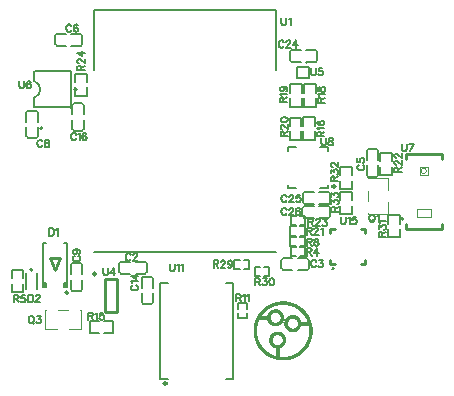
<source format=gto>
G04 Layer: TopSilkscreenLayer*
G04 Panelize: , Column: 1, Row: 1, Board Size: 43.14mm x 33.02mm, Panelized Board Size: 43.14mm x 33.02mm*
G04 EasyEDA v6.5.42, 2024-03-19 15:40:22*
G04 eeb97d59e02942aebf3b2853903f826f,9a4ed40c0dd746429eaf55b84663d2fb,10*
G04 Gerber Generator version 0.2*
G04 Scale: 100 percent, Rotated: No, Reflected: No *
G04 Dimensions in millimeters *
G04 leading zeros omitted , absolute positions ,4 integer and 5 decimal *
%FSLAX45Y45*%
%MOMM*%

%ADD10C,0.1270*%
%ADD11C,0.1524*%
%ADD12C,0.1520*%
%ADD13C,0.2540*%
%ADD14C,0.1250*%
%ADD15C,0.1500*%
%ADD16C,0.2000*%
%ADD17C,0.1000*%
%ADD18C,0.1999*%
%ADD19C,0.2489*%
%ADD20C,0.2500*%
%ADD21C,0.2500*%
%ADD22C,0.0142*%

%LPD*%
G36*
X1158443Y-185775D02*
G01*
X1101496Y-185826D01*
X1099261Y-186791D01*
X1098854Y-187858D01*
X1087221Y-187858D01*
X1085900Y-188569D01*
X1085900Y-189890D01*
X1076452Y-189890D01*
X1075639Y-190703D01*
X1075639Y-191922D01*
X1067003Y-192125D01*
X1065377Y-194005D01*
X1059789Y-194005D01*
X1059027Y-196088D01*
X1053338Y-196088D01*
X1052880Y-197256D01*
X1052017Y-198120D01*
X1047292Y-198120D01*
X1045616Y-200152D01*
X1041704Y-200202D01*
X1040637Y-201269D01*
X1040637Y-202234D01*
X1036726Y-202336D01*
X1034999Y-202793D01*
X1034745Y-204317D01*
X1031443Y-204317D01*
X1030376Y-205384D01*
X1030376Y-206349D01*
X1026414Y-206552D01*
X1026210Y-208432D01*
X1022553Y-208432D01*
X1020318Y-210464D01*
X1017778Y-210464D01*
X1016660Y-211734D01*
X1016660Y-212547D01*
X1014526Y-212547D01*
X1012596Y-213563D01*
X1012190Y-214579D01*
X1009802Y-214579D01*
X1009802Y-216662D01*
X1006500Y-216662D01*
X1005687Y-217474D01*
X1005687Y-218694D01*
X1003452Y-218694D01*
X1001979Y-219100D01*
X1001521Y-220776D01*
X1000150Y-220776D01*
X997966Y-222300D01*
X997712Y-222808D01*
X995730Y-222808D01*
X995324Y-224790D01*
X991768Y-225399D01*
X991565Y-226923D01*
X989228Y-226923D01*
X989228Y-229006D01*
X986586Y-229006D01*
X985418Y-230276D01*
X985418Y-231038D01*
X983843Y-231038D01*
X983030Y-231851D01*
X983030Y-233070D01*
X981151Y-233273D01*
X980948Y-235051D01*
X977392Y-235661D01*
X977137Y-237236D01*
X975614Y-237236D01*
X974801Y-238048D01*
X974801Y-239217D01*
X972921Y-239471D01*
X972718Y-241350D01*
X971194Y-241350D01*
X969365Y-243433D01*
X966927Y-243840D01*
X966927Y-245414D01*
X964692Y-245617D01*
X964488Y-247497D01*
X963269Y-247497D01*
X962456Y-248361D01*
X962456Y-249580D01*
X961237Y-249580D01*
X960424Y-250393D01*
X960424Y-251561D01*
X958494Y-251815D01*
X958291Y-253644D01*
X956462Y-253847D01*
X956259Y-255727D01*
X954379Y-255930D01*
X954176Y-257759D01*
X952347Y-257962D01*
X952144Y-259842D01*
X950112Y-259842D01*
X950112Y-261874D01*
X948232Y-262077D01*
X948029Y-263956D01*
X946150Y-264160D01*
X945946Y-266039D01*
X943965Y-266039D01*
X943965Y-268020D01*
X942289Y-268427D01*
X941578Y-270510D01*
X940257Y-270510D01*
X939850Y-272491D01*
X938276Y-272745D01*
X937666Y-276301D01*
X935888Y-276504D01*
X935685Y-278333D01*
X933805Y-278536D01*
X933602Y-280365D01*
X931926Y-280822D01*
X931519Y-282752D01*
X930249Y-283108D01*
X929538Y-284937D01*
X929538Y-286562D01*
X927658Y-286766D01*
X927455Y-288645D01*
X925423Y-288645D01*
X925423Y-291388D01*
X924509Y-291388D01*
X923391Y-292658D01*
X923391Y-294843D01*
X922121Y-294843D01*
X921308Y-295656D01*
X921308Y-297078D01*
X919784Y-297738D01*
X919124Y-301040D01*
X918260Y-301040D01*
X917194Y-302107D01*
X917194Y-305104D01*
X915314Y-305308D01*
X914958Y-307340D01*
X913587Y-307594D01*
X913079Y-308406D01*
X913079Y-311302D01*
X910996Y-311302D01*
X910996Y-315366D01*
X909116Y-315569D01*
X908913Y-319481D01*
X907084Y-319684D01*
X906881Y-323596D01*
X905002Y-323799D01*
X904798Y-327761D01*
X902766Y-327761D01*
X902766Y-331825D01*
X1024178Y-331825D01*
X1024178Y-317500D01*
X1025398Y-317500D01*
X1026261Y-316636D01*
X1026261Y-310997D01*
X1027734Y-310794D01*
X1028242Y-309067D01*
X1028293Y-306374D01*
X1029462Y-305104D01*
X1030376Y-305104D01*
X1030376Y-302818D01*
X1031697Y-302463D01*
X1032408Y-300634D01*
X1032408Y-298958D01*
X1034491Y-298958D01*
X1034491Y-296926D01*
X1036370Y-296722D01*
X1036574Y-294894D01*
X1038402Y-294690D01*
X1038656Y-292760D01*
X1040637Y-292760D01*
X1040637Y-290728D01*
X1042517Y-290677D01*
X1044194Y-288645D01*
X1046835Y-288645D01*
X1046835Y-286664D01*
X1050747Y-286461D01*
X1051001Y-284530D01*
X1057097Y-284530D01*
X1057097Y-283768D01*
X1058265Y-282498D01*
X1075537Y-282498D01*
X1075944Y-284530D01*
X1081633Y-284530D01*
X1082446Y-286613D01*
X1085850Y-286613D01*
X1086256Y-288645D01*
X1089964Y-288645D01*
X1090218Y-290576D01*
X1091996Y-290779D01*
X1092403Y-292760D01*
X1093978Y-292760D01*
X1094790Y-294843D01*
X1096111Y-294843D01*
X1096873Y-296875D01*
X1098194Y-296875D01*
X1098600Y-298958D01*
X1100277Y-298958D01*
X1100480Y-300837D01*
X1102360Y-301040D01*
X1102360Y-304038D01*
X1102766Y-305104D01*
X1104442Y-305104D01*
X1104442Y-307898D01*
X1105154Y-309219D01*
X1106474Y-309219D01*
X1106474Y-314096D01*
X1107186Y-315417D01*
X1108557Y-315417D01*
X1108557Y-333959D01*
X1107287Y-333959D01*
X1106474Y-334772D01*
X1106474Y-340004D01*
X1104442Y-340410D01*
X1104442Y-344220D01*
X1103172Y-344220D01*
X1102360Y-345033D01*
X1102360Y-347370D01*
X1101496Y-348183D01*
X1100328Y-348640D01*
X1100328Y-350367D01*
X1098448Y-350570D01*
X1098194Y-352450D01*
X1097026Y-352450D01*
X1096213Y-353263D01*
X1096213Y-354533D01*
X1094943Y-354533D01*
X1094130Y-355346D01*
X1094130Y-356514D01*
X1092250Y-356768D01*
X1092047Y-358648D01*
X1089914Y-358648D01*
X1088644Y-359765D01*
X1088644Y-360629D01*
X1086104Y-360832D01*
X1085850Y-362762D01*
X1082141Y-362762D01*
X1081735Y-363778D01*
X1079652Y-364794D01*
X1075791Y-364845D01*
X1074064Y-365353D01*
X1073861Y-366877D01*
X1059180Y-366877D01*
X1059180Y-365506D01*
X1057859Y-364794D01*
X1052728Y-364794D01*
X1052372Y-363423D01*
X1050544Y-362762D01*
X1048613Y-362762D01*
X1048258Y-361391D01*
X1046429Y-360680D01*
X1044854Y-360680D01*
X1044448Y-359054D01*
X1042365Y-358648D01*
X1040384Y-356565D01*
X1038656Y-356565D01*
X1038402Y-354685D01*
X1036574Y-354482D01*
X1036370Y-352602D01*
X1034491Y-352399D01*
X1034491Y-350621D01*
X1032408Y-348691D01*
X1032408Y-347472D01*
X1031900Y-346710D01*
X1030528Y-346456D01*
X1030173Y-343357D01*
X1029614Y-342493D01*
X1028293Y-342493D01*
X1028293Y-339699D01*
X1027582Y-338378D01*
X1026261Y-338378D01*
X1026261Y-332282D01*
X1024178Y-331825D01*
X901547Y-331876D01*
X900734Y-332689D01*
X900734Y-335991D01*
X899058Y-336397D01*
X898702Y-337870D01*
X898652Y-340461D01*
X898144Y-340461D01*
X896772Y-342696D01*
X896467Y-346456D01*
X894994Y-346659D01*
X894537Y-348792D01*
X894537Y-352450D01*
X893571Y-352450D01*
X892505Y-353517D01*
X892505Y-358648D01*
X890422Y-358648D01*
X890422Y-365099D01*
X888949Y-365302D01*
X888441Y-367030D01*
X888390Y-373024D01*
X887425Y-373024D01*
X886307Y-374091D01*
X886307Y-381457D01*
X884834Y-382117D01*
X884326Y-383844D01*
X884275Y-392226D01*
X883564Y-392226D01*
X882243Y-394462D01*
X882192Y-408025D01*
X880567Y-408432D01*
X880160Y-409905D01*
X880160Y-449529D01*
X908964Y-449529D01*
X908964Y-422554D01*
X910488Y-421893D01*
X910945Y-420166D01*
X910996Y-403606D01*
X912266Y-403199D01*
X913079Y-401472D01*
X913079Y-391566D01*
X915162Y-391566D01*
X915162Y-383235D01*
X916584Y-382879D01*
X917194Y-381203D01*
X917194Y-375107D01*
X918413Y-375107D01*
X919226Y-374243D01*
X919226Y-368909D01*
X920038Y-368909D01*
X921308Y-367792D01*
X921308Y-362762D01*
X922274Y-362762D01*
X923391Y-361645D01*
X923391Y-356616D01*
X925271Y-356412D01*
X925474Y-352704D01*
X927506Y-350824D01*
X927506Y-346303D01*
X929538Y-346303D01*
X929538Y-342188D01*
X931418Y-341985D01*
X931621Y-340106D01*
X995680Y-340106D01*
X995883Y-341630D01*
X997458Y-342341D01*
X997458Y-347268D01*
X997864Y-348335D01*
X999490Y-348335D01*
X999490Y-352044D01*
X999947Y-354177D01*
X1001572Y-354584D01*
X1001572Y-357073D01*
X1001979Y-358648D01*
X1003503Y-358648D01*
X1003960Y-362102D01*
X1005687Y-362864D01*
X1005687Y-364794D01*
X1007618Y-364794D01*
X1008075Y-368249D01*
X1009700Y-369011D01*
X1010107Y-370992D01*
X1011783Y-370992D01*
X1011986Y-372872D01*
X1013866Y-373075D01*
X1014069Y-374904D01*
X1015949Y-375158D01*
X1015949Y-377139D01*
X1017981Y-377139D01*
X1018184Y-379018D01*
X1020013Y-379222D01*
X1020419Y-381254D01*
X1022451Y-381254D01*
X1022451Y-382473D01*
X1023315Y-383336D01*
X1026210Y-383336D01*
X1026414Y-385216D01*
X1028649Y-385419D01*
X1028649Y-386638D01*
X1029462Y-387451D01*
X1032408Y-387451D01*
X1032408Y-389483D01*
X1036472Y-389483D01*
X1037183Y-391566D01*
X1042619Y-391566D01*
X1043025Y-393598D01*
X1049223Y-393598D01*
X1049223Y-394970D01*
X1050544Y-395681D01*
X1083056Y-395681D01*
X1083868Y-394868D01*
X1083868Y-393598D01*
X1090015Y-393598D01*
X1090015Y-392938D01*
X1091133Y-392938D01*
X1091488Y-391566D01*
X1096010Y-391363D01*
X1096264Y-389534D01*
X1100124Y-389331D01*
X1100378Y-387451D01*
X1104239Y-387248D01*
X1104493Y-385368D01*
X1106119Y-385368D01*
X1107948Y-384708D01*
X1108252Y-383336D01*
X1110437Y-383133D01*
X1110640Y-381254D01*
X1112672Y-381254D01*
X1112672Y-379222D01*
X1114704Y-379222D01*
X1114704Y-377139D01*
X1116634Y-377139D01*
X1117295Y-375615D01*
X1118819Y-374904D01*
X1118819Y-373024D01*
X1120902Y-373024D01*
X1120902Y-370992D01*
X1122934Y-370992D01*
X1122934Y-368960D01*
X1124813Y-368757D01*
X1125067Y-366877D01*
X1125677Y-366877D01*
X1127048Y-365506D01*
X1127048Y-362813D01*
X1128928Y-362559D01*
X1129182Y-360172D01*
X1131163Y-358343D01*
X1131163Y-354533D01*
X1133246Y-354533D01*
X1133246Y-350418D01*
X1134465Y-350418D01*
X1135278Y-349554D01*
X1135278Y-344271D01*
X1137158Y-343357D01*
X1137361Y-331571D01*
X1138682Y-331165D01*
X1139393Y-329031D01*
X1139393Y-319938D01*
X1138732Y-318109D01*
X1137361Y-317754D01*
X1137361Y-306578D01*
X1136954Y-305460D01*
X1135278Y-305460D01*
X1135278Y-299262D01*
X1133246Y-298856D01*
X1133144Y-294995D01*
X1132687Y-293319D01*
X1131163Y-293065D01*
X1131163Y-291185D01*
X1130452Y-289052D01*
X1129182Y-288645D01*
X1128928Y-286766D01*
X1127048Y-286562D01*
X1127048Y-283311D01*
X1126236Y-282498D01*
X1125067Y-282498D01*
X1124813Y-280619D01*
X1122934Y-280416D01*
X1122934Y-278384D01*
X1122019Y-278384D01*
X1121003Y-277164D01*
X1120343Y-275132D01*
X1118920Y-274472D01*
X1118209Y-272542D01*
X1116787Y-272542D01*
X1115720Y-270510D01*
X1114704Y-270510D01*
X1112316Y-268071D01*
X1110640Y-268071D01*
X1110437Y-266192D01*
X1108557Y-265988D01*
X1108557Y-264668D01*
X1107236Y-263956D01*
X1104493Y-263956D01*
X1104239Y-262077D01*
X1102004Y-261874D01*
X1102004Y-260248D01*
X1098092Y-259740D01*
X1096162Y-257810D01*
X1092098Y-257810D01*
X1092098Y-256184D01*
X1090523Y-255778D01*
X1086002Y-255727D01*
X1085291Y-254152D01*
X1083106Y-253695D01*
X1073048Y-253695D01*
X1071524Y-252018D01*
X1066698Y-251561D01*
X1061872Y-252069D01*
X1061110Y-253695D01*
X1049528Y-253695D01*
X1047597Y-254711D01*
X1047191Y-255727D01*
X1042873Y-255828D01*
X1041146Y-256286D01*
X1040942Y-257810D01*
X1037336Y-257810D01*
X1036523Y-258622D01*
X1036523Y-259842D01*
X1032408Y-259842D01*
X1032408Y-261924D01*
X1029106Y-261924D01*
X1028293Y-262737D01*
X1028293Y-263906D01*
X1025601Y-264312D01*
X1024331Y-265938D01*
X1022502Y-266395D01*
X1022045Y-268071D01*
X1020267Y-268274D01*
X1020013Y-270103D01*
X1018184Y-270306D01*
X1017981Y-272186D01*
X1016152Y-272389D01*
X1015898Y-274218D01*
X1014069Y-274421D01*
X1013866Y-276301D01*
X1011986Y-276504D01*
X1011783Y-278333D01*
X1009954Y-278536D01*
X1009751Y-280416D01*
X1008786Y-280416D01*
X1007719Y-281533D01*
X1007719Y-282752D01*
X1005687Y-284988D01*
X1005687Y-286613D01*
X1004671Y-286613D01*
X1003604Y-287680D01*
X1003604Y-290728D01*
X1002385Y-290728D01*
X1001572Y-291541D01*
X1001572Y-294843D01*
X1000556Y-294843D01*
X999490Y-295910D01*
X999490Y-301040D01*
X998270Y-301040D01*
X997458Y-301853D01*
X997458Y-307543D01*
X995730Y-307543D01*
X995730Y-309219D01*
X950112Y-309219D01*
X950112Y-307187D01*
X952195Y-307187D01*
X952195Y-305104D01*
X954227Y-305104D01*
X954227Y-302514D01*
X956259Y-300837D01*
X956310Y-298958D01*
X958342Y-298958D01*
X958342Y-296926D01*
X960221Y-296722D01*
X960424Y-294843D01*
X961644Y-294843D01*
X962456Y-294030D01*
X962456Y-292506D01*
X963828Y-292150D01*
X964539Y-290322D01*
X964539Y-288645D01*
X966571Y-288645D01*
X966571Y-286613D01*
X968654Y-286613D01*
X968654Y-284530D01*
X970686Y-284530D01*
X970686Y-282498D01*
X972769Y-282498D01*
X972769Y-280416D01*
X974801Y-280416D01*
X974801Y-278384D01*
X976884Y-278384D01*
X976884Y-276301D01*
X978916Y-276301D01*
X978916Y-274269D01*
X980998Y-274269D01*
X980998Y-272186D01*
X983030Y-272186D01*
X983030Y-270154D01*
X984707Y-270154D01*
X986434Y-269341D01*
X986840Y-268173D01*
X988821Y-267766D01*
X989279Y-266090D01*
X991108Y-265887D01*
X991311Y-263956D01*
X993343Y-263956D01*
X993343Y-261924D01*
X995375Y-261924D01*
X995375Y-259842D01*
X998423Y-259842D01*
X999490Y-258775D01*
X999490Y-257860D01*
X1001369Y-257657D01*
X1001572Y-255727D01*
X1003604Y-255727D01*
X1003604Y-255117D01*
X1004976Y-254762D01*
X1004976Y-253746D01*
X1007567Y-253492D01*
X1007770Y-251612D01*
X1009497Y-251612D01*
X1011326Y-249631D01*
X1013714Y-249377D01*
X1013968Y-247497D01*
X1015796Y-247497D01*
X1017371Y-247091D01*
X1017981Y-245465D01*
X1020064Y-245465D01*
X1020064Y-243433D01*
X1024026Y-243230D01*
X1024229Y-241350D01*
X1027480Y-241350D01*
X1028293Y-240538D01*
X1028293Y-239267D01*
X1032103Y-239267D01*
X1032510Y-237236D01*
X1035710Y-237236D01*
X1036523Y-236423D01*
X1036523Y-235204D01*
X1040485Y-235000D01*
X1040688Y-233121D01*
X1044752Y-233121D01*
X1044752Y-232308D01*
X1045870Y-231038D01*
X1050086Y-231038D01*
X1050950Y-230225D01*
X1050950Y-229006D01*
X1055624Y-229006D01*
X1056436Y-228193D01*
X1056436Y-226923D01*
X1061059Y-226923D01*
X1062736Y-224891D01*
X1067206Y-224790D01*
X1068933Y-224332D01*
X1069136Y-222859D01*
X1075436Y-222656D01*
X1075690Y-220776D01*
X1083665Y-220725D01*
X1085342Y-218694D01*
X1095451Y-218694D01*
X1096264Y-216662D01*
X1110081Y-216560D01*
X1111808Y-216103D01*
X1112469Y-214579D01*
X1148283Y-214579D01*
X1148842Y-215493D01*
X1150518Y-216662D01*
X1164437Y-216662D01*
X1164437Y-217678D01*
X1166469Y-218694D01*
X1175410Y-218694D01*
X1176934Y-220776D01*
X1184503Y-220776D01*
X1185316Y-222808D01*
X1192834Y-222808D01*
X1193088Y-224688D01*
X1198981Y-224891D01*
X1199388Y-226923D01*
X1205230Y-226923D01*
X1205230Y-229006D01*
X1209344Y-229006D01*
X1209344Y-229971D01*
X1210868Y-231038D01*
X1215440Y-231038D01*
X1215847Y-233121D01*
X1219504Y-233121D01*
X1220266Y-235153D01*
X1223924Y-235356D01*
X1224178Y-236728D01*
X1224991Y-237236D01*
X1227886Y-237236D01*
X1227886Y-238201D01*
X1228953Y-239267D01*
X1232306Y-239267D01*
X1232509Y-241147D01*
X1236065Y-241401D01*
X1236522Y-243382D01*
X1240129Y-243382D01*
X1240536Y-245465D01*
X1242822Y-245465D01*
X1244498Y-247497D01*
X1246225Y-247497D01*
X1247038Y-249580D01*
X1250492Y-249580D01*
X1250696Y-251460D01*
X1252728Y-251815D01*
X1252982Y-253187D01*
X1253794Y-253695D01*
X1256639Y-253695D01*
X1256842Y-255574D01*
X1258722Y-255778D01*
X1259128Y-257810D01*
X1260754Y-257810D01*
X1262786Y-259842D01*
X1264869Y-259842D01*
X1265072Y-261721D01*
X1266901Y-261975D01*
X1267307Y-263956D01*
X1268984Y-263956D01*
X1269441Y-266039D01*
X1271016Y-266039D01*
X1273098Y-268071D01*
X1275181Y-268071D01*
X1275181Y-270154D01*
X1277213Y-270154D01*
X1277416Y-272034D01*
X1279296Y-272237D01*
X1279499Y-274116D01*
X1281328Y-274320D01*
X1281531Y-276148D01*
X1283462Y-276352D01*
X1283462Y-278384D01*
X1285443Y-278384D01*
X1285646Y-280263D01*
X1287576Y-280466D01*
X1287576Y-282498D01*
X1289558Y-282498D01*
X1289761Y-284378D01*
X1291640Y-284581D01*
X1291844Y-286461D01*
X1293672Y-286664D01*
X1293876Y-288493D01*
X1295755Y-288696D01*
X1295958Y-290576D01*
X1297838Y-290779D01*
X1297838Y-292760D01*
X1300226Y-295097D01*
X1300226Y-296519D01*
X1301902Y-296976D01*
X1302258Y-298958D01*
X1303985Y-298958D01*
X1304188Y-300837D01*
X1306068Y-301040D01*
X1306068Y-303123D01*
X1308049Y-305104D01*
X1308506Y-307187D01*
X1310182Y-307187D01*
X1310182Y-309219D01*
X1312265Y-309219D01*
X1312265Y-310896D01*
X1312672Y-313029D01*
X1314246Y-313436D01*
X1314450Y-315264D01*
X1316380Y-315468D01*
X1316380Y-318211D01*
X1317091Y-319532D01*
X1318412Y-319532D01*
X1318412Y-321919D01*
X1320444Y-323748D01*
X1320647Y-325526D01*
X1322527Y-325729D01*
X1322527Y-328269D01*
X1322933Y-329844D01*
X1324508Y-329844D01*
X1324965Y-333603D01*
X1326642Y-334010D01*
X1326642Y-336956D01*
X1327708Y-338074D01*
X1328623Y-338074D01*
X1329029Y-341477D01*
X1329436Y-342188D01*
X1330756Y-342188D01*
X1330756Y-346303D01*
X1332839Y-346303D01*
X1332839Y-349300D01*
X1333246Y-350418D01*
X1334871Y-350418D01*
X1334871Y-353720D01*
X1335328Y-355955D01*
X1336954Y-356666D01*
X1336954Y-358648D01*
X1283462Y-358648D01*
X1283411Y-355701D01*
X1282903Y-354939D01*
X1281531Y-354685D01*
X1281379Y-348742D01*
X1279347Y-348284D01*
X1279347Y-344678D01*
X1277264Y-343154D01*
X1277264Y-340106D01*
X1276451Y-340106D01*
X1275181Y-338988D01*
X1275181Y-336296D01*
X1273149Y-335889D01*
X1273149Y-333552D01*
X1272438Y-332232D01*
X1271117Y-332232D01*
X1270914Y-329996D01*
X1269085Y-329793D01*
X1268882Y-327914D01*
X1267002Y-327710D01*
X1267002Y-325729D01*
X1264920Y-325729D01*
X1264920Y-323646D01*
X1262888Y-323646D01*
X1262888Y-321614D01*
X1260856Y-321614D01*
X1260652Y-319684D01*
X1258773Y-319481D01*
X1258570Y-317652D01*
X1256690Y-317449D01*
X1256690Y-315772D01*
X1254810Y-315315D01*
X1253490Y-314045D01*
X1252575Y-314045D01*
X1252575Y-313385D01*
X1250492Y-313385D01*
X1250492Y-312013D01*
X1249172Y-311302D01*
X1246378Y-311302D01*
X1246378Y-309676D01*
X1245311Y-309219D01*
X1242263Y-309219D01*
X1242263Y-307594D01*
X1240739Y-307187D01*
X1236116Y-307187D01*
X1236116Y-305562D01*
X1235049Y-305104D01*
X1229715Y-305104D01*
X1228953Y-303530D01*
X1226769Y-303072D01*
X1198372Y-303072D01*
X1197000Y-303784D01*
X1197000Y-305104D01*
X1189990Y-305155D01*
X1189228Y-305663D01*
X1188974Y-307035D01*
X1184859Y-307390D01*
X1183640Y-307949D01*
X1182979Y-309168D01*
X1179525Y-309575D01*
X1178864Y-309981D01*
X1178864Y-311302D01*
X1176782Y-311302D01*
X1176324Y-312521D01*
X1175461Y-313385D01*
X1173175Y-313385D01*
X1172311Y-314198D01*
X1172311Y-315417D01*
X1170584Y-315417D01*
X1170127Y-316636D01*
X1169314Y-317500D01*
X1166571Y-317906D01*
X1166164Y-319481D01*
X1164437Y-319887D01*
X1164031Y-321614D01*
X1162862Y-321614D01*
X1162050Y-322427D01*
X1162050Y-323545D01*
X1159967Y-323951D01*
X1159967Y-325729D01*
X1158544Y-325729D01*
X1157782Y-327812D01*
X1156258Y-328168D01*
X1155903Y-329641D01*
X1155852Y-330911D01*
X1154988Y-331724D01*
X1153820Y-332181D01*
X1153820Y-333959D01*
X1152601Y-333959D01*
X1151737Y-334772D01*
X1151737Y-337058D01*
X1150874Y-337921D01*
X1149705Y-338378D01*
X1149705Y-340461D01*
X1148384Y-340461D01*
X1147927Y-341122D01*
X1147521Y-344576D01*
X1146708Y-344576D01*
X1145844Y-345592D01*
X1145387Y-350570D01*
X1143965Y-350774D01*
X1143508Y-352907D01*
X1143508Y-358648D01*
X1141476Y-358648D01*
X1141497Y-380187D01*
X1170279Y-380187D01*
X1170279Y-368858D01*
X1171702Y-368503D01*
X1172311Y-366826D01*
X1172311Y-360730D01*
X1174242Y-360527D01*
X1174445Y-356616D01*
X1176274Y-356412D01*
X1176477Y-352501D01*
X1178306Y-352298D01*
X1178560Y-350418D01*
X1179474Y-350418D01*
X1180541Y-349300D01*
X1180541Y-347776D01*
X1182573Y-346100D01*
X1182624Y-344220D01*
X1184605Y-344220D01*
X1184859Y-343712D01*
X1187043Y-342188D01*
X1187958Y-342188D01*
X1188770Y-341325D01*
X1188770Y-340156D01*
X1190701Y-339953D01*
X1190904Y-338074D01*
X1194155Y-338074D01*
X1194968Y-337210D01*
X1194968Y-336042D01*
X1198930Y-335838D01*
X1199134Y-333959D01*
X1205077Y-333857D01*
X1206804Y-333400D01*
X1207465Y-331876D01*
X1218539Y-331876D01*
X1220317Y-333959D01*
X1225804Y-333959D01*
X1225804Y-334924D01*
X1227328Y-335991D01*
X1230020Y-335991D01*
X1232052Y-338074D01*
X1234338Y-338074D01*
X1234694Y-339394D01*
X1236522Y-340106D01*
X1238148Y-340106D01*
X1238351Y-341985D01*
X1240129Y-342188D01*
X1240536Y-344220D01*
X1242212Y-344220D01*
X1242618Y-346303D01*
X1244295Y-346303D01*
X1244498Y-348183D01*
X1246378Y-348386D01*
X1246378Y-350418D01*
X1248460Y-350418D01*
X1248460Y-354533D01*
X1250492Y-354533D01*
X1250492Y-357530D01*
X1250950Y-358648D01*
X1252575Y-358648D01*
X1252575Y-363270D01*
X1252982Y-364794D01*
X1254658Y-364794D01*
X1254658Y-383641D01*
X1253286Y-383641D01*
X1252575Y-385013D01*
X1252575Y-389737D01*
X1251204Y-390093D01*
X1250492Y-391922D01*
X1250492Y-393547D01*
X1248867Y-393954D01*
X1248359Y-397713D01*
X1247241Y-397713D01*
X1246378Y-398526D01*
X1246378Y-399745D01*
X1244752Y-400202D01*
X1244295Y-402132D01*
X1242618Y-402539D01*
X1242618Y-403199D01*
X1240586Y-405028D01*
X1240586Y-405892D01*
X1238554Y-406349D01*
X1238148Y-408025D01*
X1236116Y-408025D01*
X1236116Y-409956D01*
X1232509Y-410565D01*
X1232306Y-412140D01*
X1230325Y-412140D01*
X1228496Y-412800D01*
X1228140Y-414172D01*
X1224280Y-414274D01*
X1222552Y-414731D01*
X1221892Y-416255D01*
X1203198Y-416255D01*
X1203198Y-414629D01*
X1201674Y-414172D01*
X1197000Y-414172D01*
X1197000Y-412546D01*
X1195933Y-412140D01*
X1192885Y-412140D01*
X1192885Y-410464D01*
X1191818Y-410057D01*
X1188770Y-410057D01*
X1188770Y-408025D01*
X1186789Y-408025D01*
X1186586Y-406146D01*
X1184656Y-405892D01*
X1184656Y-404215D01*
X1182624Y-403809D01*
X1182624Y-402183D01*
X1180592Y-401777D01*
X1180388Y-399948D01*
X1178509Y-399745D01*
X1178509Y-398119D01*
X1177798Y-396290D01*
X1176426Y-395935D01*
X1176426Y-393649D01*
X1174394Y-391617D01*
X1174394Y-389128D01*
X1173683Y-387756D01*
X1172311Y-387756D01*
X1172311Y-381914D01*
X1170279Y-380187D01*
X1141497Y-380187D01*
X1141526Y-388975D01*
X1141984Y-390702D01*
X1143508Y-391363D01*
X1143508Y-396646D01*
X1143965Y-397713D01*
X1145590Y-397713D01*
X1145590Y-402590D01*
X1146302Y-403910D01*
X1147622Y-403910D01*
X1147622Y-406908D01*
X1148080Y-408025D01*
X1149705Y-408025D01*
X1149705Y-410819D01*
X1150416Y-412140D01*
X1151737Y-412140D01*
X1151737Y-414578D01*
X1153820Y-415747D01*
X1153820Y-416966D01*
X1154531Y-418287D01*
X1155801Y-418287D01*
X1156055Y-420166D01*
X1157884Y-420420D01*
X1158087Y-422249D01*
X1159967Y-422452D01*
X1159967Y-424484D01*
X1162050Y-424484D01*
X1162050Y-426516D01*
X1164031Y-426516D01*
X1164285Y-428396D01*
X1166114Y-428650D01*
X1166317Y-430479D01*
X1168146Y-430682D01*
X1168552Y-432714D01*
X1170635Y-432714D01*
X1170635Y-434035D01*
X1171956Y-434746D01*
X1174394Y-434746D01*
X1174394Y-436829D01*
X1177086Y-436829D01*
X1178001Y-438708D01*
X1181608Y-438912D01*
X1183081Y-440943D01*
X1186738Y-440943D01*
X1186738Y-442976D01*
X1192733Y-442976D01*
X1193546Y-445058D01*
X1203553Y-445058D01*
X1203553Y-446074D01*
X1205534Y-447090D01*
X1221689Y-447090D01*
X1221689Y-445058D01*
X1231849Y-444855D01*
X1232052Y-442976D01*
X1239215Y-442976D01*
X1239215Y-440943D01*
X1243533Y-440943D01*
X1244346Y-440131D01*
X1244346Y-438861D01*
X1248460Y-438861D01*
X1248460Y-436829D01*
X1250137Y-436829D01*
X1251966Y-436118D01*
X1252321Y-434797D01*
X1254455Y-434593D01*
X1254658Y-432714D01*
X1256690Y-432714D01*
X1256690Y-431901D01*
X1257808Y-430631D01*
X1259535Y-430631D01*
X1260805Y-429514D01*
X1260805Y-428599D01*
X1262024Y-428599D01*
X1262888Y-427786D01*
X1262888Y-426567D01*
X1264767Y-426364D01*
X1264970Y-424484D01*
X1266139Y-424484D01*
X1267002Y-423672D01*
X1267002Y-422401D01*
X1268323Y-422401D01*
X1269034Y-421081D01*
X1269034Y-419557D01*
X1270152Y-418287D01*
X1271066Y-418287D01*
X1271066Y-416306D01*
X1272997Y-416051D01*
X1273200Y-413918D01*
X1274521Y-413562D01*
X1275181Y-411734D01*
X1275181Y-410057D01*
X1276451Y-410057D01*
X1277264Y-409244D01*
X1277264Y-405942D01*
X1278483Y-405942D01*
X1279347Y-405130D01*
X1279347Y-401269D01*
X1281328Y-399592D01*
X1281379Y-393598D01*
X1283462Y-393598D01*
X1283462Y-391566D01*
X1347216Y-391566D01*
X1347216Y-398678D01*
X1347673Y-400862D01*
X1349298Y-401624D01*
X1349298Y-414121D01*
X1349705Y-416255D01*
X1351330Y-417779D01*
X1351330Y-453593D01*
X1349806Y-453796D01*
X1349349Y-456895D01*
X1349298Y-470052D01*
X1347724Y-470255D01*
X1347317Y-472287D01*
X1347216Y-480720D01*
X1346504Y-480720D01*
X1345184Y-482955D01*
X1345184Y-490321D01*
X1343914Y-490321D01*
X1343101Y-491134D01*
X1343101Y-496519D01*
X1341272Y-498144D01*
X1340967Y-502970D01*
X1338986Y-504850D01*
X1338986Y-508812D01*
X1338072Y-509371D01*
X1336954Y-511556D01*
X1336954Y-515010D01*
X1335278Y-515416D01*
X1334871Y-516890D01*
X1334871Y-520192D01*
X1334008Y-521055D01*
X1332839Y-521512D01*
X1332839Y-525322D01*
X1331569Y-525322D01*
X1330756Y-526135D01*
X1330756Y-529437D01*
X1329791Y-529437D01*
X1328724Y-530504D01*
X1328724Y-533552D01*
X1327708Y-533552D01*
X1326642Y-534619D01*
X1326642Y-537667D01*
X1325676Y-537667D01*
X1324610Y-538734D01*
X1324610Y-541782D01*
X1323340Y-541782D01*
X1322527Y-542594D01*
X1322527Y-545846D01*
X1320647Y-546049D01*
X1320444Y-548182D01*
X1319123Y-548538D01*
X1318412Y-550367D01*
X1318412Y-552043D01*
X1316380Y-552043D01*
X1316329Y-554939D01*
X1314297Y-556666D01*
X1314297Y-558241D01*
X1313332Y-558241D01*
X1312265Y-559308D01*
X1312265Y-560527D01*
X1310182Y-562762D01*
X1310182Y-564388D01*
X1308963Y-564388D01*
X1308150Y-565200D01*
X1308150Y-566775D01*
X1306474Y-566775D01*
X1306017Y-570534D01*
X1304188Y-570738D01*
X1303985Y-572566D01*
X1302105Y-572770D01*
X1301902Y-574598D01*
X1300226Y-575056D01*
X1299819Y-577088D01*
X1298194Y-577088D01*
X1298194Y-578662D01*
X1296111Y-580186D01*
X1295704Y-582879D01*
X1293876Y-583082D01*
X1293672Y-584911D01*
X1291844Y-585165D01*
X1291640Y-586994D01*
X1289761Y-587197D01*
X1289558Y-589026D01*
X1287729Y-589280D01*
X1287526Y-591108D01*
X1285646Y-591312D01*
X1285443Y-593140D01*
X1283614Y-593394D01*
X1283411Y-595274D01*
X1281379Y-595274D01*
X1281379Y-597255D01*
X1279499Y-597509D01*
X1279296Y-599338D01*
X1277416Y-599541D01*
X1277213Y-601421D01*
X1275181Y-601421D01*
X1272692Y-603808D01*
X1271473Y-603808D01*
X1271270Y-605383D01*
X1269034Y-605586D01*
X1269034Y-607568D01*
X1267155Y-607771D01*
X1266952Y-609650D01*
X1265326Y-609650D01*
X1263091Y-611784D01*
X1261160Y-612140D01*
X1260957Y-613613D01*
X1258925Y-613968D01*
X1258722Y-615746D01*
X1256030Y-616204D01*
X1254709Y-617880D01*
X1253388Y-617880D01*
X1252575Y-618693D01*
X1252575Y-619963D01*
X1251153Y-619963D01*
X1249222Y-620979D01*
X1248816Y-621995D01*
X1247241Y-621995D01*
X1246378Y-622808D01*
X1246378Y-624078D01*
X1243736Y-624078D01*
X1242618Y-624484D01*
X1242618Y-626110D01*
X1240739Y-626110D01*
X1238961Y-628142D01*
X1236268Y-628345D01*
X1236065Y-630224D01*
X1232814Y-630224D01*
X1232001Y-631037D01*
X1232001Y-632307D01*
X1227886Y-632307D01*
X1227886Y-634339D01*
X1224584Y-634339D01*
X1223772Y-635152D01*
X1223772Y-636371D01*
X1219809Y-636574D01*
X1219606Y-638454D01*
X1216050Y-638556D01*
X1214323Y-639013D01*
X1213662Y-640537D01*
X1210208Y-640537D01*
X1209344Y-641350D01*
X1209344Y-642569D01*
X1206093Y-642569D01*
X1203553Y-643026D01*
X1203553Y-644652D01*
X1199235Y-644702D01*
X1197508Y-645160D01*
X1197305Y-646684D01*
X1192733Y-646684D01*
X1191260Y-647090D01*
X1190853Y-648766D01*
X1185214Y-648817D01*
X1183487Y-649274D01*
X1182776Y-650798D01*
X1176274Y-650849D01*
X1174800Y-651205D01*
X1174394Y-652830D01*
X1163675Y-653034D01*
X1162100Y-654913D01*
X1147724Y-654913D01*
X1145844Y-653948D01*
X1144930Y-654304D01*
X1143711Y-656945D01*
X1116838Y-656996D01*
X1116584Y-655421D01*
X1113536Y-654964D01*
X1100328Y-654913D01*
X1100328Y-585266D01*
X1102715Y-582930D01*
X1107744Y-582930D01*
X1108557Y-582066D01*
X1108557Y-580847D01*
X1112621Y-580847D01*
X1114653Y-578815D01*
X1117447Y-578815D01*
X1118819Y-577443D01*
X1118819Y-576732D01*
X1120902Y-576732D01*
X1120902Y-575919D01*
X1122019Y-574700D01*
X1125016Y-574700D01*
X1125016Y-572617D01*
X1127048Y-572617D01*
X1127048Y-570585D01*
X1129944Y-570585D01*
X1131163Y-569417D01*
X1131163Y-568502D01*
X1132433Y-568502D01*
X1133246Y-567690D01*
X1133246Y-566470D01*
X1135126Y-566267D01*
X1135329Y-564388D01*
X1136548Y-564388D01*
X1137361Y-563575D01*
X1137361Y-562356D01*
X1139393Y-562356D01*
X1139393Y-560019D01*
X1140764Y-559663D01*
X1141476Y-557834D01*
X1141476Y-556158D01*
X1143508Y-556158D01*
X1143508Y-554126D01*
X1144778Y-554126D01*
X1145590Y-553262D01*
X1145590Y-550011D01*
X1147470Y-549808D01*
X1147673Y-545896D01*
X1149502Y-545693D01*
X1149756Y-541782D01*
X1151585Y-541578D01*
X1151788Y-535635D01*
X1153617Y-535432D01*
X1153820Y-527354D01*
X1154633Y-527354D01*
X1155852Y-526237D01*
X1155852Y-501243D01*
X1153820Y-500430D01*
X1153820Y-492861D01*
X1151737Y-491337D01*
X1151737Y-486511D01*
X1149705Y-486105D01*
X1149502Y-482244D01*
X1147673Y-482041D01*
X1147470Y-478129D01*
X1145590Y-477926D01*
X1145590Y-474167D01*
X1143558Y-473760D01*
X1143355Y-471982D01*
X1141476Y-471728D01*
X1141476Y-468884D01*
X1140968Y-468122D01*
X1139596Y-467868D01*
X1139342Y-465937D01*
X1137361Y-465531D01*
X1137361Y-463905D01*
X1135278Y-463499D01*
X1135278Y-461822D01*
X1133246Y-461416D01*
X1133246Y-459790D01*
X1131163Y-459384D01*
X1131163Y-457403D01*
X1128877Y-457403D01*
X1128522Y-456031D01*
X1126693Y-455320D01*
X1125067Y-455320D01*
X1124813Y-453440D01*
X1123035Y-453237D01*
X1122273Y-451612D01*
X1118819Y-451154D01*
X1118819Y-449580D01*
X1117295Y-449173D01*
X1114704Y-449173D01*
X1114704Y-447751D01*
X1112977Y-447090D01*
X1109726Y-447090D01*
X1108049Y-445058D01*
X1102360Y-445058D01*
X1102360Y-443433D01*
X1100836Y-442976D01*
X1089253Y-442976D01*
X1086916Y-440943D01*
X1081024Y-440943D01*
X1078738Y-442366D01*
X1078738Y-442976D01*
X1066393Y-442976D01*
X1065326Y-444093D01*
X1065326Y-445008D01*
X1059332Y-445211D01*
X1059129Y-447090D01*
X1054862Y-447141D01*
X1053388Y-447497D01*
X1052982Y-449173D01*
X1049934Y-449173D01*
X1048867Y-450240D01*
X1048867Y-451205D01*
X1047191Y-451205D01*
X1045362Y-451916D01*
X1045057Y-453237D01*
X1042873Y-453440D01*
X1042669Y-455269D01*
X1040028Y-455676D01*
X1038707Y-457352D01*
X1036726Y-457555D01*
X1036472Y-459384D01*
X1034846Y-459790D01*
X1034389Y-461518D01*
X1033221Y-461518D01*
X1032408Y-462330D01*
X1032408Y-463550D01*
X1030376Y-463550D01*
X1030376Y-465531D01*
X1028649Y-465988D01*
X1028242Y-467969D01*
X1026769Y-468172D01*
X1026109Y-471779D01*
X1024331Y-471982D01*
X1024128Y-473862D01*
X1022858Y-473862D01*
X1022146Y-475183D01*
X1022146Y-477926D01*
X1020267Y-478129D01*
X1020013Y-482041D01*
X1018184Y-482244D01*
X1017981Y-486054D01*
X1015949Y-486816D01*
X1015949Y-492353D01*
X1014730Y-492353D01*
X1013917Y-493217D01*
X1013917Y-500888D01*
X1012342Y-501142D01*
X1011936Y-503174D01*
X1011936Y-513486D01*
X1042517Y-513486D01*
X1042720Y-502666D01*
X1043940Y-502666D01*
X1044752Y-501853D01*
X1044752Y-496468D01*
X1046835Y-496468D01*
X1046835Y-492353D01*
X1048867Y-492353D01*
X1048867Y-490321D01*
X1050086Y-490321D01*
X1050950Y-489508D01*
X1050950Y-487984D01*
X1052322Y-487629D01*
X1052982Y-485800D01*
X1052982Y-484124D01*
X1055065Y-484124D01*
X1055065Y-483362D01*
X1056182Y-482092D01*
X1057910Y-482092D01*
X1059180Y-480974D01*
X1059180Y-480059D01*
X1061059Y-479856D01*
X1061262Y-477977D01*
X1064107Y-477977D01*
X1065326Y-476859D01*
X1065326Y-475894D01*
X1067003Y-475894D01*
X1068832Y-475234D01*
X1069187Y-473862D01*
X1074318Y-473862D01*
X1075639Y-473151D01*
X1075639Y-471779D01*
X1092454Y-471779D01*
X1092454Y-473049D01*
X1093266Y-473862D01*
X1098600Y-473862D01*
X1098600Y-474878D01*
X1100632Y-475894D01*
X1102715Y-475894D01*
X1102715Y-477266D01*
X1104036Y-477977D01*
X1106424Y-477977D01*
X1106881Y-480009D01*
X1108913Y-480009D01*
X1108913Y-481380D01*
X1110234Y-482092D01*
X1112672Y-482092D01*
X1112672Y-484124D01*
X1114704Y-484124D01*
X1114704Y-486257D01*
X1116736Y-488238D01*
X1117346Y-490169D01*
X1118768Y-490372D01*
X1119022Y-492201D01*
X1120902Y-492404D01*
X1120902Y-495401D01*
X1121308Y-496468D01*
X1122934Y-496468D01*
X1122934Y-499821D01*
X1123391Y-502056D01*
X1124966Y-502767D01*
X1125169Y-512622D01*
X1126032Y-513181D01*
X1125016Y-516534D01*
X1125016Y-525272D01*
X1123340Y-525678D01*
X1122984Y-527202D01*
X1122934Y-531469D01*
X1120902Y-531469D01*
X1120902Y-534619D01*
X1120038Y-535432D01*
X1118819Y-535889D01*
X1118819Y-537565D01*
X1117092Y-538022D01*
X1116685Y-540054D01*
X1115060Y-540054D01*
X1115060Y-541731D01*
X1113180Y-543763D01*
X1111199Y-544525D01*
X1110894Y-545795D01*
X1108913Y-546201D01*
X1108456Y-547928D01*
X1107287Y-547928D01*
X1106474Y-548741D01*
X1106474Y-550011D01*
X1103477Y-550011D01*
X1102360Y-551078D01*
X1102360Y-552043D01*
X1099312Y-552043D01*
X1098245Y-553110D01*
X1098245Y-554126D01*
X1093165Y-554126D01*
X1092098Y-554532D01*
X1092098Y-556107D01*
X1090269Y-555193D01*
X1089355Y-555548D01*
X1089355Y-556158D01*
X1075639Y-556158D01*
X1075639Y-554532D01*
X1074521Y-554126D01*
X1069441Y-554126D01*
X1069441Y-552043D01*
X1065326Y-552043D01*
X1065326Y-550418D01*
X1064260Y-550011D01*
X1061262Y-550011D01*
X1061059Y-548081D01*
X1059180Y-547878D01*
X1059180Y-546252D01*
X1057198Y-545846D01*
X1056436Y-544169D01*
X1055166Y-544169D01*
X1052982Y-542086D01*
X1052982Y-540918D01*
X1052474Y-540105D01*
X1051102Y-539851D01*
X1050899Y-537667D01*
X1048867Y-537667D01*
X1048867Y-535838D01*
X1046886Y-533908D01*
X1046632Y-531622D01*
X1044752Y-531418D01*
X1044752Y-525932D01*
X1042720Y-525170D01*
X1042517Y-513486D01*
X1011936Y-513486D01*
X1011885Y-524764D01*
X1012393Y-526491D01*
X1013917Y-527202D01*
X1013917Y-534060D01*
X1014323Y-535584D01*
X1015949Y-535584D01*
X1015949Y-541782D01*
X1018032Y-541782D01*
X1018032Y-544779D01*
X1018438Y-545896D01*
X1020064Y-545896D01*
X1020064Y-548894D01*
X1020470Y-550011D01*
X1021994Y-550011D01*
X1022654Y-553923D01*
X1024128Y-554126D01*
X1024331Y-556006D01*
X1026261Y-556209D01*
X1026261Y-558190D01*
X1028547Y-560425D01*
X1028801Y-561848D01*
X1030274Y-562457D01*
X1030986Y-564388D01*
X1032256Y-564388D01*
X1033018Y-566369D01*
X1034643Y-566623D01*
X1034846Y-568198D01*
X1036878Y-568604D01*
X1036878Y-569874D01*
X1038199Y-570585D01*
X1040587Y-570585D01*
X1040841Y-572465D01*
X1042619Y-572668D01*
X1043025Y-574700D01*
X1046784Y-574700D01*
X1046987Y-576580D01*
X1049223Y-576783D01*
X1049223Y-578002D01*
X1050950Y-578815D01*
X1053338Y-578815D01*
X1055319Y-580847D01*
X1059078Y-580847D01*
X1059840Y-582930D01*
X1066139Y-582930D01*
X1067409Y-584047D01*
X1067409Y-646684D01*
X1063294Y-646684D01*
X1063294Y-645363D01*
X1061974Y-644652D01*
X1057097Y-644652D01*
X1057097Y-643432D01*
X1056284Y-642569D01*
X1050950Y-642569D01*
X1050950Y-640943D01*
X1049832Y-640537D01*
X1046886Y-640537D01*
X1046480Y-638911D01*
X1044346Y-638454D01*
X1042720Y-638454D01*
X1042720Y-637895D01*
X1039876Y-636422D01*
X1036574Y-636422D01*
X1036370Y-634542D01*
X1032459Y-634339D01*
X1032256Y-632460D01*
X1028293Y-632256D01*
X1028293Y-630224D01*
X1025245Y-630224D01*
X1023721Y-628192D01*
X1022096Y-628192D01*
X1021334Y-626465D01*
X1018032Y-626008D01*
X1018032Y-624078D01*
X1013917Y-624078D01*
X1013917Y-621995D01*
X1011986Y-621995D01*
X1011326Y-620471D01*
X1007770Y-619810D01*
X1007567Y-618083D01*
X1005738Y-617829D01*
X1005332Y-616254D01*
X1003198Y-615848D01*
X1001572Y-615848D01*
X1001369Y-613968D01*
X999490Y-613714D01*
X999490Y-612038D01*
X997508Y-611632D01*
X996797Y-610006D01*
X993343Y-609549D01*
X993343Y-607618D01*
X991260Y-607618D01*
X991260Y-605891D01*
X989228Y-605434D01*
X989228Y-603808D01*
X987196Y-603402D01*
X986790Y-601878D01*
X984859Y-601472D01*
X984097Y-599795D01*
X982167Y-599338D01*
X980998Y-598220D01*
X980998Y-597306D01*
X978916Y-597306D01*
X978916Y-595274D01*
X976884Y-595274D01*
X976884Y-593191D01*
X974852Y-593191D01*
X974648Y-591312D01*
X972769Y-591108D01*
X972769Y-589076D01*
X970686Y-589076D01*
X970686Y-587044D01*
X968654Y-587044D01*
X968654Y-585114D01*
X967079Y-584454D01*
X965555Y-581202D01*
X964590Y-581202D01*
X964184Y-579170D01*
X962609Y-578967D01*
X962406Y-577037D01*
X960424Y-576681D01*
X960221Y-574852D01*
X958392Y-574649D01*
X958189Y-572770D01*
X956310Y-572566D01*
X956106Y-569010D01*
X954227Y-568807D01*
X954227Y-566775D01*
X952195Y-566369D01*
X951992Y-564540D01*
X950112Y-564337D01*
X950112Y-561492D01*
X949604Y-560679D01*
X948232Y-560425D01*
X947877Y-558393D01*
X945997Y-558190D01*
X945997Y-555752D01*
X945286Y-554431D01*
X943965Y-554431D01*
X943762Y-552196D01*
X941882Y-551992D01*
X941882Y-548538D01*
X939850Y-547776D01*
X939850Y-546252D01*
X939139Y-544423D01*
X937768Y-544068D01*
X937768Y-542239D01*
X935736Y-540715D01*
X935532Y-537819D01*
X933703Y-537616D01*
X933500Y-533704D01*
X931621Y-533501D01*
X931418Y-529590D01*
X929538Y-529386D01*
X929538Y-525526D01*
X927506Y-523595D01*
X927506Y-520192D01*
X926388Y-519125D01*
X925423Y-519125D01*
X925423Y-515315D01*
X923391Y-514908D01*
X923391Y-509473D01*
X921308Y-508711D01*
X921308Y-503478D01*
X920496Y-502666D01*
X919226Y-502666D01*
X919226Y-496874D01*
X917194Y-496417D01*
X917194Y-489356D01*
X916127Y-488238D01*
X915162Y-488238D01*
X915162Y-480009D01*
X913079Y-480009D01*
X913079Y-469798D01*
X912266Y-468020D01*
X910996Y-468020D01*
X910996Y-451256D01*
X910234Y-449529D01*
X880160Y-449529D01*
X880160Y-461060D01*
X880567Y-463245D01*
X882192Y-463651D01*
X882396Y-477570D01*
X884275Y-479043D01*
X884275Y-487629D01*
X885291Y-489559D01*
X886307Y-489966D01*
X886307Y-496062D01*
X886764Y-498195D01*
X888390Y-498601D01*
X888390Y-503631D01*
X888847Y-505815D01*
X890422Y-506526D01*
X890422Y-511200D01*
X891133Y-512978D01*
X892505Y-512978D01*
X892505Y-517804D01*
X893216Y-519125D01*
X894537Y-519125D01*
X894537Y-522478D01*
X894994Y-524510D01*
X896619Y-525272D01*
X896619Y-528320D01*
X897026Y-529437D01*
X898652Y-529437D01*
X898652Y-532739D01*
X899109Y-534974D01*
X900734Y-535686D01*
X900734Y-538378D01*
X901446Y-539699D01*
X902766Y-539699D01*
X902969Y-543661D01*
X904849Y-543864D01*
X904849Y-546862D01*
X905256Y-547928D01*
X906881Y-547928D01*
X906881Y-552043D01*
X908964Y-552043D01*
X908964Y-555091D01*
X909370Y-556158D01*
X910996Y-556158D01*
X910996Y-558495D01*
X911707Y-560273D01*
X913079Y-560273D01*
X913079Y-561949D01*
X913790Y-563778D01*
X915111Y-564134D01*
X915314Y-566267D01*
X917194Y-566470D01*
X917194Y-568807D01*
X917854Y-570585D01*
X919226Y-570585D01*
X919429Y-572465D01*
X921308Y-572668D01*
X921308Y-575665D01*
X921715Y-576732D01*
X923340Y-576732D01*
X923544Y-578612D01*
X925321Y-578815D01*
X925728Y-582218D01*
X926134Y-582930D01*
X927455Y-582930D01*
X927658Y-584809D01*
X929538Y-585012D01*
X929538Y-586740D01*
X931570Y-588568D01*
X931773Y-590956D01*
X933551Y-591159D01*
X933958Y-593191D01*
X935685Y-593191D01*
X935888Y-595071D01*
X937768Y-595325D01*
X937768Y-597306D01*
X939850Y-597306D01*
X939850Y-599998D01*
X940917Y-601065D01*
X941882Y-601065D01*
X942340Y-603148D01*
X943914Y-603554D01*
X944321Y-605536D01*
X945896Y-605536D01*
X946302Y-607618D01*
X947978Y-607618D01*
X948385Y-609650D01*
X950010Y-609650D01*
X950417Y-611733D01*
X952093Y-611733D01*
X952500Y-613765D01*
X954125Y-613765D01*
X954532Y-615848D01*
X956208Y-615848D01*
X956614Y-617880D01*
X958240Y-617880D01*
X958646Y-619963D01*
X960323Y-619963D01*
X960729Y-621995D01*
X962304Y-621995D01*
X963066Y-624078D01*
X964793Y-624078D01*
X965149Y-625449D01*
X966978Y-626110D01*
X968654Y-626110D01*
X968654Y-628192D01*
X970635Y-628192D01*
X970838Y-630072D01*
X972667Y-630275D01*
X973074Y-632307D01*
X974648Y-632307D01*
X975410Y-634339D01*
X976833Y-634339D01*
X978916Y-635558D01*
X978916Y-636422D01*
X980948Y-636422D01*
X981151Y-638302D01*
X982878Y-638505D01*
X983640Y-640537D01*
X987094Y-640537D01*
X987298Y-642416D01*
X989177Y-642620D01*
X989584Y-644652D01*
X991209Y-644652D01*
X993292Y-645820D01*
X993343Y-646684D01*
X995324Y-646684D01*
X996035Y-648766D01*
X999439Y-648766D01*
X999642Y-650646D01*
X1001826Y-650849D01*
X1002182Y-652170D01*
X1004011Y-652881D01*
X1005636Y-652881D01*
X1005840Y-654761D01*
X1009802Y-654964D01*
X1009802Y-656996D01*
X1013866Y-656996D01*
X1014069Y-658876D01*
X1017930Y-659079D01*
X1018336Y-661111D01*
X1022045Y-661111D01*
X1022451Y-663143D01*
X1026109Y-663143D01*
X1026871Y-665226D01*
X1030681Y-665226D01*
X1030681Y-666546D01*
X1032052Y-667258D01*
X1036472Y-667258D01*
X1036878Y-669340D01*
X1040637Y-669340D01*
X1040637Y-670306D01*
X1042162Y-671372D01*
X1046683Y-671372D01*
X1047445Y-673455D01*
X1052931Y-673455D01*
X1053642Y-675487D01*
X1059484Y-675487D01*
X1059688Y-677011D01*
X1061415Y-677468D01*
X1067257Y-677570D01*
X1068019Y-679602D01*
X1075994Y-679602D01*
X1076401Y-680669D01*
X1078331Y-681685D01*
X1086916Y-681685D01*
X1087831Y-683564D01*
X1102512Y-683920D01*
X1102817Y-685292D01*
X1103579Y-685800D01*
X1157935Y-685800D01*
X1157935Y-683717D01*
X1171854Y-683717D01*
X1173886Y-681685D01*
X1182573Y-681685D01*
X1184249Y-681024D01*
X1184605Y-679602D01*
X1192072Y-679602D01*
X1192885Y-678789D01*
X1192885Y-677570D01*
X1200505Y-677570D01*
X1201267Y-675487D01*
X1206500Y-675487D01*
X1207312Y-674674D01*
X1207312Y-673455D01*
X1213459Y-673455D01*
X1213459Y-671372D01*
X1218844Y-671372D01*
X1219657Y-670560D01*
X1219657Y-669340D01*
X1223619Y-669290D01*
X1225296Y-667258D01*
X1229106Y-667258D01*
X1229918Y-666445D01*
X1229918Y-665226D01*
X1233881Y-665022D01*
X1234084Y-663143D01*
X1238148Y-663143D01*
X1238148Y-661111D01*
X1242263Y-661111D01*
X1242263Y-659028D01*
X1246378Y-659028D01*
X1246378Y-656996D01*
X1250492Y-656996D01*
X1250492Y-654964D01*
X1254455Y-654761D01*
X1254658Y-652881D01*
X1257909Y-652881D01*
X1258722Y-652068D01*
X1258722Y-650798D01*
X1260805Y-650798D01*
X1260805Y-648817D01*
X1264767Y-648563D01*
X1264970Y-646684D01*
X1266596Y-646684D01*
X1268425Y-646023D01*
X1268780Y-644652D01*
X1271066Y-644652D01*
X1271066Y-642569D01*
X1272692Y-642569D01*
X1274927Y-641502D01*
X1275283Y-640537D01*
X1277264Y-640537D01*
X1277264Y-638454D01*
X1279347Y-638454D01*
X1279347Y-636422D01*
X1281328Y-636422D01*
X1283004Y-635762D01*
X1283360Y-634390D01*
X1285341Y-634187D01*
X1285544Y-632307D01*
X1287576Y-632307D01*
X1287576Y-630224D01*
X1289608Y-630224D01*
X1289608Y-628192D01*
X1291285Y-628192D01*
X1293114Y-627481D01*
X1293469Y-626110D01*
X1294942Y-626110D01*
X1295806Y-625297D01*
X1295806Y-624078D01*
X1297838Y-624078D01*
X1297838Y-622046D01*
X1299718Y-621842D01*
X1299921Y-619963D01*
X1301953Y-619963D01*
X1301953Y-617880D01*
X1304036Y-617880D01*
X1304036Y-615848D01*
X1306068Y-615848D01*
X1306068Y-613765D01*
X1308150Y-613765D01*
X1308150Y-611733D01*
X1310182Y-611733D01*
X1310182Y-609650D01*
X1312265Y-609650D01*
X1312265Y-607618D01*
X1314297Y-607618D01*
X1314297Y-605536D01*
X1316380Y-605536D01*
X1316380Y-603554D01*
X1318260Y-603300D01*
X1318463Y-601421D01*
X1319631Y-601421D01*
X1320495Y-600608D01*
X1320495Y-599440D01*
X1322120Y-598373D01*
X1322628Y-596798D01*
X1324610Y-594969D01*
X1324610Y-593191D01*
X1326642Y-593191D01*
X1326642Y-591210D01*
X1328521Y-590956D01*
X1328775Y-589076D01*
X1329842Y-589076D01*
X1330756Y-587908D01*
X1330756Y-584962D01*
X1332839Y-584962D01*
X1332839Y-582980D01*
X1334719Y-582726D01*
X1334922Y-580593D01*
X1336243Y-580237D01*
X1336954Y-578408D01*
X1336954Y-576732D01*
X1338986Y-576732D01*
X1338986Y-574700D01*
X1340104Y-574700D01*
X1341018Y-573481D01*
X1341069Y-570636D01*
X1342948Y-570382D01*
X1343152Y-567994D01*
X1345184Y-566166D01*
X1345184Y-564388D01*
X1346403Y-564388D01*
X1347216Y-563575D01*
X1347216Y-560324D01*
X1349095Y-560120D01*
X1349298Y-556158D01*
X1351330Y-556158D01*
X1351330Y-554177D01*
X1352296Y-553821D01*
X1353413Y-551586D01*
X1353413Y-549300D01*
X1354480Y-549300D01*
X1354836Y-547928D01*
X1355445Y-547928D01*
X1355445Y-545338D01*
X1357477Y-543661D01*
X1357528Y-539699D01*
X1359560Y-539699D01*
X1359560Y-535635D01*
X1361440Y-535432D01*
X1361643Y-531469D01*
X1362557Y-531469D01*
X1363675Y-530199D01*
X1363675Y-525322D01*
X1365554Y-525119D01*
X1365758Y-520649D01*
X1367790Y-518820D01*
X1367790Y-512978D01*
X1369872Y-512978D01*
X1369872Y-506831D01*
X1371752Y-506628D01*
X1371955Y-500430D01*
X1373987Y-499516D01*
X1373987Y-490372D01*
X1375867Y-490169D01*
X1376070Y-480059D01*
X1377899Y-479856D01*
X1378102Y-467004D01*
X1379067Y-467004D01*
X1380134Y-464718D01*
X1379982Y-405536D01*
X1378102Y-403910D01*
X1378102Y-392023D01*
X1376019Y-390499D01*
X1376019Y-381660D01*
X1373987Y-379476D01*
X1373987Y-373430D01*
X1373276Y-371602D01*
X1371904Y-371246D01*
X1371904Y-365252D01*
X1369872Y-363728D01*
X1369872Y-358952D01*
X1368806Y-356920D01*
X1367790Y-356920D01*
X1367790Y-352856D01*
X1367129Y-351028D01*
X1365758Y-350672D01*
X1365758Y-346608D01*
X1363675Y-346202D01*
X1363675Y-340766D01*
X1361643Y-340055D01*
X1361643Y-336296D01*
X1359560Y-335889D01*
X1359560Y-331927D01*
X1357528Y-329895D01*
X1357528Y-328218D01*
X1356766Y-326085D01*
X1355445Y-325678D01*
X1355445Y-323240D01*
X1354734Y-321919D01*
X1353413Y-321919D01*
X1353413Y-319125D01*
X1352702Y-317804D01*
X1351330Y-317804D01*
X1351330Y-315722D01*
X1349349Y-313893D01*
X1349095Y-311454D01*
X1347216Y-311251D01*
X1347216Y-307492D01*
X1345184Y-307086D01*
X1345184Y-304241D01*
X1344320Y-303428D01*
X1343152Y-303428D01*
X1342948Y-301193D01*
X1341069Y-300990D01*
X1341069Y-297535D01*
X1339037Y-296773D01*
X1338834Y-294995D01*
X1336954Y-294792D01*
X1336903Y-291947D01*
X1336395Y-291134D01*
X1335074Y-290880D01*
X1334719Y-288848D01*
X1332839Y-288645D01*
X1332839Y-286664D01*
X1330756Y-284581D01*
X1330756Y-283108D01*
X1328724Y-282346D01*
X1328521Y-280619D01*
X1326642Y-280416D01*
X1326642Y-278384D01*
X1324610Y-278384D01*
X1324610Y-276352D01*
X1323797Y-274624D01*
X1322527Y-274624D01*
X1322527Y-272846D01*
X1320495Y-272135D01*
X1320495Y-270459D01*
X1318463Y-270052D01*
X1318260Y-268274D01*
X1316380Y-268071D01*
X1316177Y-266192D01*
X1314348Y-265988D01*
X1314145Y-264160D01*
X1312265Y-263956D01*
X1312062Y-262077D01*
X1310182Y-261874D01*
X1310182Y-259842D01*
X1308150Y-259842D01*
X1308150Y-257810D01*
X1306118Y-257810D01*
X1305915Y-255930D01*
X1304036Y-255727D01*
X1303832Y-253847D01*
X1302004Y-253644D01*
X1301800Y-251815D01*
X1299921Y-251612D01*
X1299718Y-249732D01*
X1297889Y-249529D01*
X1297686Y-247700D01*
X1295806Y-247446D01*
X1295806Y-245770D01*
X1293723Y-245364D01*
X1293723Y-244094D01*
X1291386Y-243128D01*
X1290929Y-241706D01*
X1287576Y-241249D01*
X1287373Y-239471D01*
X1285544Y-239217D01*
X1285341Y-237388D01*
X1283462Y-237185D01*
X1283462Y-235559D01*
X1281226Y-235102D01*
X1279245Y-233121D01*
X1277315Y-233121D01*
X1277112Y-231241D01*
X1275283Y-231038D01*
X1274876Y-229412D01*
X1272743Y-229006D01*
X1271117Y-229006D01*
X1270914Y-227126D01*
X1269034Y-226872D01*
X1269034Y-225602D01*
X1267714Y-224891D01*
X1264970Y-224891D01*
X1264767Y-223012D01*
X1262938Y-222808D01*
X1262227Y-221132D01*
X1258722Y-220675D01*
X1258722Y-219100D01*
X1257655Y-218694D01*
X1254658Y-218694D01*
X1254455Y-216814D01*
X1252118Y-216611D01*
X1250035Y-214579D01*
X1248562Y-214579D01*
X1247800Y-212902D01*
X1244346Y-212445D01*
X1244346Y-210870D01*
X1240332Y-210413D01*
X1239621Y-208838D01*
X1237386Y-208432D01*
X1235760Y-208432D01*
X1235354Y-207365D01*
X1233424Y-206349D01*
X1229918Y-206349D01*
X1229918Y-204724D01*
X1228852Y-204317D01*
X1225804Y-204317D01*
X1225804Y-202895D01*
X1224076Y-202234D01*
X1219657Y-202234D01*
X1219657Y-200609D01*
X1218590Y-200202D01*
X1215288Y-200202D01*
X1214932Y-198831D01*
X1213104Y-198120D01*
X1209344Y-198120D01*
X1207719Y-196291D01*
X1202690Y-195986D01*
X1200658Y-194005D01*
X1195070Y-194005D01*
X1194358Y-192379D01*
X1192123Y-191973D01*
X1186078Y-191973D01*
X1185519Y-191058D01*
X1183843Y-189890D01*
X1175816Y-189890D01*
X1175258Y-189026D01*
X1173530Y-187858D01*
X1161796Y-187858D01*
X1161084Y-186232D01*
G37*
D10*
X-850059Y431639D02*
G01*
X-850059Y371441D01*
X-850059Y431639D02*
G01*
X-829993Y431639D01*
X-821357Y428845D01*
X-815515Y423003D01*
X-812721Y417415D01*
X-809927Y408779D01*
X-809927Y394555D01*
X-812721Y385919D01*
X-815515Y380077D01*
X-821357Y374489D01*
X-829993Y371441D01*
X-850059Y371441D01*
X-790877Y420209D02*
G01*
X-785289Y423003D01*
X-776653Y431639D01*
X-776653Y371441D01*
X-144759Y-49618D02*
G01*
X-150601Y-52666D01*
X-156189Y-58254D01*
X-159237Y-64096D01*
X-159237Y-75780D01*
X-156189Y-81368D01*
X-150601Y-87210D01*
X-144759Y-90004D01*
X-136123Y-93052D01*
X-121645Y-93052D01*
X-113009Y-90004D01*
X-107167Y-87210D01*
X-101325Y-81368D01*
X-98531Y-75780D01*
X-98531Y-64096D01*
X-101325Y-58254D01*
X-107167Y-52666D01*
X-113009Y-49618D01*
X-147553Y-30568D02*
G01*
X-150601Y-24980D01*
X-159237Y-16344D01*
X-98531Y-16344D01*
X-159237Y31661D02*
G01*
X-118851Y2705D01*
X-118851Y46139D01*
X-159237Y31661D02*
G01*
X-98531Y31661D01*
X171848Y129593D02*
G01*
X171848Y86413D01*
X174896Y77777D01*
X180484Y71935D01*
X189120Y68887D01*
X194962Y68887D01*
X203598Y71935D01*
X209440Y77777D01*
X212234Y86413D01*
X212234Y129593D01*
X231284Y118163D02*
G01*
X237126Y120957D01*
X245762Y129593D01*
X245762Y68887D01*
X264812Y118163D02*
G01*
X270654Y120957D01*
X279290Y129593D01*
X279290Y68887D01*
X-519216Y-280004D02*
G01*
X-519216Y-340710D01*
X-519216Y-280004D02*
G01*
X-493308Y-280004D01*
X-484672Y-282798D01*
X-481878Y-285846D01*
X-478830Y-291688D01*
X-478830Y-297276D01*
X-481878Y-303118D01*
X-484672Y-305912D01*
X-493308Y-308960D01*
X-519216Y-308960D01*
X-499150Y-308960D02*
G01*
X-478830Y-340710D01*
X-459780Y-291688D02*
G01*
X-453938Y-288640D01*
X-445302Y-280004D01*
X-445302Y-340710D01*
X-391708Y-280004D02*
G01*
X-420664Y-280004D01*
X-423458Y-305912D01*
X-420664Y-303118D01*
X-412028Y-300324D01*
X-403138Y-300324D01*
X-394502Y-303118D01*
X-388914Y-308960D01*
X-385866Y-317596D01*
X-385866Y-323438D01*
X-388914Y-332074D01*
X-394502Y-337662D01*
X-403138Y-340710D01*
X-412028Y-340710D01*
X-420664Y-337662D01*
X-423458Y-334868D01*
X-426252Y-329026D01*
X-1006805Y-308152D02*
G01*
X-1012647Y-310946D01*
X-1018235Y-316788D01*
X-1021029Y-322376D01*
X-1024077Y-331012D01*
X-1024077Y-345236D01*
X-1021029Y-353872D01*
X-1018235Y-359714D01*
X-1012647Y-365302D01*
X-1006805Y-368350D01*
X-995375Y-368350D01*
X-989533Y-365302D01*
X-983945Y-359714D01*
X-980897Y-353872D01*
X-978103Y-345236D01*
X-978103Y-331012D01*
X-980897Y-322376D01*
X-983945Y-316788D01*
X-989533Y-310946D01*
X-995375Y-308152D01*
X-1006805Y-308152D01*
X-998169Y-356920D02*
G01*
X-980897Y-373938D01*
X-953465Y-308152D02*
G01*
X-921969Y-308152D01*
X-939241Y-331012D01*
X-930605Y-331012D01*
X-925017Y-333806D01*
X-921969Y-336854D01*
X-919175Y-345236D01*
X-919175Y-351078D01*
X-921969Y-359714D01*
X-927811Y-365302D01*
X-936447Y-368350D01*
X-944829Y-368350D01*
X-953465Y-365302D01*
X-956513Y-362508D01*
X-959307Y-356920D01*
X1331038Y263237D02*
G01*
X1331038Y202531D01*
X1331038Y263237D02*
G01*
X1356946Y263237D01*
X1365582Y260443D01*
X1368376Y257395D01*
X1371424Y251553D01*
X1371424Y245965D01*
X1368376Y240123D01*
X1365582Y237329D01*
X1356946Y234281D01*
X1331038Y234281D01*
X1351104Y234281D02*
G01*
X1371424Y202531D01*
X1419176Y263237D02*
G01*
X1390474Y222851D01*
X1433654Y222851D01*
X1419176Y263237D02*
G01*
X1419176Y202531D01*
X1332308Y346549D02*
G01*
X1332308Y285843D01*
X1332308Y346549D02*
G01*
X1358216Y346549D01*
X1366852Y343755D01*
X1369646Y340707D01*
X1372694Y334865D01*
X1372694Y329277D01*
X1369646Y323435D01*
X1366852Y320641D01*
X1358216Y317593D01*
X1332308Y317593D01*
X1352374Y317593D02*
G01*
X1372694Y285843D01*
X1406222Y346549D02*
G01*
X1397586Y343755D01*
X1394538Y337913D01*
X1394538Y332071D01*
X1397586Y326229D01*
X1403174Y323435D01*
X1414858Y320641D01*
X1423494Y317593D01*
X1429336Y312005D01*
X1432130Y306163D01*
X1432130Y297527D01*
X1429336Y291685D01*
X1426288Y288891D01*
X1417652Y285843D01*
X1406222Y285843D01*
X1397586Y288891D01*
X1394538Y291685D01*
X1391744Y297527D01*
X1391744Y306163D01*
X1394538Y312005D01*
X1400380Y317593D01*
X1409016Y320641D01*
X1420446Y323435D01*
X1426288Y326229D01*
X1429336Y332071D01*
X1429336Y337913D01*
X1426288Y343755D01*
X1417652Y346549D01*
X1406222Y346549D01*
X1330784Y439767D02*
G01*
X1330784Y379061D01*
X1330784Y439767D02*
G01*
X1356692Y439767D01*
X1365328Y436973D01*
X1368122Y433925D01*
X1371170Y428083D01*
X1371170Y422495D01*
X1368122Y416653D01*
X1365328Y413859D01*
X1356692Y410811D01*
X1330784Y410811D01*
X1350850Y410811D02*
G01*
X1371170Y379061D01*
X1393014Y425289D02*
G01*
X1393014Y428083D01*
X1396062Y433925D01*
X1398856Y436973D01*
X1404698Y439767D01*
X1416128Y439767D01*
X1421970Y436973D01*
X1424764Y433925D01*
X1427812Y428083D01*
X1427812Y422495D01*
X1424764Y416653D01*
X1418922Y408017D01*
X1390220Y379061D01*
X1430606Y379061D01*
X1449656Y428083D02*
G01*
X1455498Y431131D01*
X1464134Y439767D01*
X1464134Y379061D01*
X1343992Y514189D02*
G01*
X1343992Y453483D01*
X1343992Y514189D02*
G01*
X1369900Y514189D01*
X1378536Y511395D01*
X1381330Y508347D01*
X1384378Y502505D01*
X1384378Y496917D01*
X1381330Y491075D01*
X1378536Y488281D01*
X1369900Y485233D01*
X1343992Y485233D01*
X1364058Y485233D02*
G01*
X1384378Y453483D01*
X1406222Y499711D02*
G01*
X1406222Y502505D01*
X1409270Y508347D01*
X1412064Y511395D01*
X1417906Y514189D01*
X1429336Y514189D01*
X1435178Y511395D01*
X1437972Y508347D01*
X1441020Y502505D01*
X1441020Y496917D01*
X1437972Y491075D01*
X1432130Y482439D01*
X1403428Y453483D01*
X1443814Y453483D01*
X1468706Y514189D02*
G01*
X1500456Y514189D01*
X1482930Y491075D01*
X1491820Y491075D01*
X1497408Y488281D01*
X1500456Y485233D01*
X1503250Y476597D01*
X1503250Y470755D01*
X1500456Y462119D01*
X1494614Y456531D01*
X1485978Y453483D01*
X1477342Y453483D01*
X1468706Y456531D01*
X1465658Y459325D01*
X1462864Y465167D01*
X-908987Y1167985D02*
G01*
X-911781Y1173827D01*
X-917623Y1179669D01*
X-923465Y1182463D01*
X-934895Y1182463D01*
X-940737Y1179669D01*
X-946579Y1173827D01*
X-949373Y1167985D01*
X-952167Y1159349D01*
X-952167Y1144871D01*
X-949373Y1136235D01*
X-946579Y1130393D01*
X-940737Y1124805D01*
X-934895Y1121757D01*
X-923465Y1121757D01*
X-917623Y1124805D01*
X-911781Y1130393D01*
X-908987Y1136235D01*
X-875459Y1182463D02*
G01*
X-884095Y1179669D01*
X-886889Y1173827D01*
X-886889Y1167985D01*
X-884095Y1162143D01*
X-878253Y1159349D01*
X-866823Y1156555D01*
X-858187Y1153507D01*
X-852345Y1147919D01*
X-849551Y1142077D01*
X-849551Y1133441D01*
X-852345Y1127599D01*
X-855139Y1124805D01*
X-864029Y1121757D01*
X-875459Y1121757D01*
X-884095Y1124805D01*
X-886889Y1127599D01*
X-889937Y1133441D01*
X-889937Y1142077D01*
X-886889Y1147919D01*
X-881301Y1153507D01*
X-872665Y1156555D01*
X-860981Y1159349D01*
X-855139Y1162143D01*
X-852345Y1167985D01*
X-852345Y1173827D01*
X-855139Y1179669D01*
X-864029Y1182463D01*
X-875459Y1182463D01*
X-392409Y96288D02*
G01*
X-392409Y53332D01*
X-389547Y44742D01*
X-383819Y39014D01*
X-375229Y36151D01*
X-369501Y36151D01*
X-360908Y39014D01*
X-355183Y44742D01*
X-352318Y53332D01*
X-352318Y96288D01*
X-304782Y96288D02*
G01*
X-333418Y56197D01*
X-290464Y56197D01*
X-304782Y96288D02*
G01*
X-304782Y36151D01*
X-1148331Y-133014D02*
G01*
X-1148331Y-193151D01*
X-1148331Y-133014D02*
G01*
X-1122558Y-133014D01*
X-1113967Y-135879D01*
X-1111105Y-138742D01*
X-1108240Y-144470D01*
X-1108240Y-150197D01*
X-1111105Y-155925D01*
X-1113967Y-158788D01*
X-1122558Y-161653D01*
X-1148331Y-161653D01*
X-1128285Y-161653D02*
G01*
X-1108240Y-193151D01*
X-1054976Y-133014D02*
G01*
X-1083612Y-133014D01*
X-1086477Y-158788D01*
X-1083612Y-155925D01*
X-1075021Y-153060D01*
X-1066431Y-153060D01*
X-1057841Y-155925D01*
X-1052113Y-161653D01*
X-1049248Y-170243D01*
X-1049248Y-175971D01*
X-1052113Y-184561D01*
X-1057841Y-190289D01*
X-1066431Y-193151D01*
X-1075021Y-193151D01*
X-1083612Y-190289D01*
X-1086477Y-187424D01*
X-1089339Y-181696D01*
X-160898Y206273D02*
G01*
X-163784Y212046D01*
X-169557Y217820D01*
X-175328Y220705D01*
X-186875Y220705D01*
X-192648Y217820D01*
X-198419Y212046D01*
X-201307Y206273D01*
X-204193Y197614D01*
X-204193Y183184D01*
X-201307Y174523D01*
X-198419Y168752D01*
X-192648Y162979D01*
X-186875Y160093D01*
X-175328Y160093D01*
X-169557Y162979D01*
X-163784Y168752D01*
X-160898Y174523D01*
X-138960Y206273D02*
G01*
X-138960Y209161D01*
X-136075Y214934D01*
X-133187Y217820D01*
X-127416Y220705D01*
X-115869Y220705D01*
X-110098Y217820D01*
X-107210Y214934D01*
X-104325Y209161D01*
X-104325Y203387D01*
X-107210Y197614D01*
X-112984Y188955D01*
X-141848Y160093D01*
X-101437Y160093D01*
X-635200Y197131D02*
G01*
X-640974Y194246D01*
X-646747Y188473D01*
X-649632Y182702D01*
X-649632Y171155D01*
X-646747Y165381D01*
X-640974Y159611D01*
X-635200Y156723D01*
X-626541Y153837D01*
X-612112Y153837D01*
X-603450Y156723D01*
X-597679Y159611D01*
X-591906Y165381D01*
X-589020Y171155D01*
X-589020Y182702D01*
X-591906Y188473D01*
X-597679Y194246D01*
X-603450Y197131D01*
X-629429Y253705D02*
G01*
X-620770Y250819D01*
X-614997Y245046D01*
X-612112Y236387D01*
X-612112Y233502D01*
X-614997Y224843D01*
X-620770Y219069D01*
X-629429Y216181D01*
X-632315Y216181D01*
X-640974Y219069D01*
X-646747Y224843D01*
X-649632Y233502D01*
X-649632Y236387D01*
X-646747Y245046D01*
X-640974Y250819D01*
X-629429Y253705D01*
X-614997Y253705D01*
X-600565Y250819D01*
X-591906Y245046D01*
X-589020Y236387D01*
X-589020Y230614D01*
X-591906Y221955D01*
X-597679Y219069D01*
X-1025911Y-129197D02*
G01*
X-1025911Y-189809D01*
X-1025911Y-129197D02*
G01*
X-1005705Y-129197D01*
X-997046Y-132082D01*
X-991275Y-137855D01*
X-988387Y-143629D01*
X-985502Y-152288D01*
X-985502Y-166717D01*
X-988387Y-175379D01*
X-991275Y-181150D01*
X-997046Y-186923D01*
X-1005705Y-189809D01*
X-1025911Y-189809D01*
X-963566Y-143629D02*
G01*
X-963566Y-140741D01*
X-960678Y-134970D01*
X-957793Y-132082D01*
X-952019Y-129197D01*
X-940475Y-129197D01*
X-934702Y-132082D01*
X-931816Y-134970D01*
X-928928Y-140741D01*
X-928928Y-146514D01*
X-931816Y-152288D01*
X-937587Y-160947D01*
X-966452Y-189809D01*
X-926043Y-189809D01*
X-1102149Y1678002D02*
G01*
X-1102149Y1634568D01*
X-1099355Y1625932D01*
X-1093513Y1620090D01*
X-1084877Y1617296D01*
X-1079035Y1617296D01*
X-1070399Y1620090D01*
X-1064557Y1625932D01*
X-1061763Y1634568D01*
X-1061763Y1678002D01*
X-1008169Y1669366D02*
G01*
X-1010963Y1674954D01*
X-1019599Y1678002D01*
X-1025441Y1678002D01*
X-1034077Y1674954D01*
X-1039919Y1666318D01*
X-1042713Y1651840D01*
X-1042713Y1637616D01*
X-1039919Y1625932D01*
X-1034077Y1620090D01*
X-1025441Y1617296D01*
X-1022647Y1617296D01*
X-1013757Y1620090D01*
X-1008169Y1625932D01*
X-1005121Y1634568D01*
X-1005121Y1637616D01*
X-1008169Y1646252D01*
X-1013757Y1651840D01*
X-1022647Y1654888D01*
X-1025441Y1654888D01*
X-1034077Y1651840D01*
X-1039919Y1646252D01*
X-1042713Y1637616D01*
X1135245Y2008606D02*
G01*
X1132451Y2014448D01*
X1126609Y2020036D01*
X1121021Y2023084D01*
X1109337Y2023084D01*
X1103495Y2020036D01*
X1097907Y2014448D01*
X1094859Y2008606D01*
X1092065Y1999970D01*
X1092065Y1985492D01*
X1094859Y1976856D01*
X1097907Y1971014D01*
X1103495Y1965172D01*
X1109337Y1962378D01*
X1121021Y1962378D01*
X1126609Y1965172D01*
X1132451Y1971014D01*
X1135245Y1976856D01*
X1157343Y2008606D02*
G01*
X1157343Y2011400D01*
X1160137Y2017242D01*
X1163185Y2020036D01*
X1168773Y2023084D01*
X1180457Y2023084D01*
X1186045Y2020036D01*
X1189093Y2017242D01*
X1191887Y2011400D01*
X1191887Y2005812D01*
X1189093Y1999970D01*
X1183251Y1991334D01*
X1154295Y1962378D01*
X1194935Y1962378D01*
X1242687Y2023084D02*
G01*
X1213985Y1982698D01*
X1257165Y1982698D01*
X1242687Y2023084D02*
G01*
X1242687Y1962378D01*
X-623592Y1226334D02*
G01*
X-626386Y1232176D01*
X-632228Y1238018D01*
X-638070Y1240812D01*
X-649500Y1240812D01*
X-655342Y1238018D01*
X-660930Y1232176D01*
X-663978Y1226334D01*
X-666772Y1217698D01*
X-666772Y1203220D01*
X-663978Y1194584D01*
X-660930Y1188742D01*
X-655342Y1183154D01*
X-649500Y1180106D01*
X-638070Y1180106D01*
X-632228Y1183154D01*
X-626386Y1188742D01*
X-623592Y1194584D01*
X-604542Y1229382D02*
G01*
X-598700Y1232176D01*
X-590064Y1240812D01*
X-590064Y1180106D01*
X-536470Y1232176D02*
G01*
X-539264Y1238018D01*
X-547900Y1240812D01*
X-553742Y1240812D01*
X-562378Y1238018D01*
X-568220Y1229382D01*
X-571014Y1214904D01*
X-571014Y1200426D01*
X-568220Y1188742D01*
X-562378Y1183154D01*
X-553742Y1180106D01*
X-550694Y1180106D01*
X-542058Y1183154D01*
X-536470Y1188742D01*
X-533422Y1197632D01*
X-533422Y1200426D01*
X-536470Y1209062D01*
X-542058Y1214904D01*
X-550694Y1217698D01*
X-553742Y1217698D01*
X-562378Y1214904D01*
X-568220Y1209062D01*
X-571014Y1200426D01*
X1620647Y528198D02*
G01*
X1620647Y485018D01*
X1623440Y476128D01*
X1629283Y470540D01*
X1637918Y467492D01*
X1643761Y467492D01*
X1652397Y470540D01*
X1658238Y476128D01*
X1661033Y485018D01*
X1661033Y528198D01*
X1680083Y516768D02*
G01*
X1685925Y519562D01*
X1694561Y528198D01*
X1694561Y467492D01*
X1748154Y528198D02*
G01*
X1719199Y528198D01*
X1716404Y502290D01*
X1719199Y505084D01*
X1728088Y507878D01*
X1736725Y507878D01*
X1745361Y505084D01*
X1750949Y499242D01*
X1753997Y490606D01*
X1753997Y485018D01*
X1750949Y476128D01*
X1745361Y470540D01*
X1736725Y467492D01*
X1728088Y467492D01*
X1719199Y470540D01*
X1716404Y473334D01*
X1713611Y479176D01*
X-611703Y1769409D02*
G01*
X-550997Y1769409D01*
X-611703Y1769409D02*
G01*
X-611703Y1795317D01*
X-608655Y1803953D01*
X-605861Y1806747D01*
X-600019Y1809795D01*
X-594177Y1809795D01*
X-588589Y1806747D01*
X-585541Y1803953D01*
X-582747Y1795317D01*
X-582747Y1769409D01*
X-582747Y1789475D02*
G01*
X-550997Y1809795D01*
X-597225Y1831639D02*
G01*
X-600019Y1831639D01*
X-605861Y1834433D01*
X-608655Y1837481D01*
X-611703Y1843323D01*
X-611703Y1854753D01*
X-608655Y1860595D01*
X-605861Y1863389D01*
X-600019Y1866183D01*
X-594177Y1866183D01*
X-588589Y1863389D01*
X-579953Y1857547D01*
X-550997Y1828845D01*
X-550997Y1869231D01*
X-611703Y1916983D02*
G01*
X-571317Y1888281D01*
X-571317Y1931461D01*
X-611703Y1916983D02*
G01*
X-550997Y1916983D01*
X1159591Y700384D02*
G01*
X1156797Y706226D01*
X1150955Y711814D01*
X1145367Y714862D01*
X1133683Y714862D01*
X1127841Y711814D01*
X1122253Y706226D01*
X1119205Y700384D01*
X1116411Y691748D01*
X1116411Y677270D01*
X1119205Y668634D01*
X1122253Y662792D01*
X1127841Y656950D01*
X1133683Y654156D01*
X1145367Y654156D01*
X1150955Y656950D01*
X1156797Y662792D01*
X1159591Y668634D01*
X1181689Y700384D02*
G01*
X1181689Y703178D01*
X1184483Y709020D01*
X1187531Y711814D01*
X1193119Y714862D01*
X1204803Y714862D01*
X1210391Y711814D01*
X1213439Y709020D01*
X1216233Y703178D01*
X1216233Y697590D01*
X1213439Y691748D01*
X1207597Y683112D01*
X1178641Y654156D01*
X1219281Y654156D01*
X1272875Y714862D02*
G01*
X1243919Y714862D01*
X1241125Y688700D01*
X1243919Y691748D01*
X1252555Y694542D01*
X1261191Y694542D01*
X1270081Y691748D01*
X1275669Y685906D01*
X1278717Y677270D01*
X1278717Y671428D01*
X1275669Y662792D01*
X1270081Y656950D01*
X1261191Y654156D01*
X1252555Y654156D01*
X1243919Y656950D01*
X1241125Y659998D01*
X1238331Y665840D01*
X1108623Y1212331D02*
G01*
X1169329Y1212331D01*
X1108623Y1212331D02*
G01*
X1108623Y1238239D01*
X1111671Y1246875D01*
X1114465Y1249923D01*
X1120307Y1252717D01*
X1125895Y1252717D01*
X1131737Y1249923D01*
X1134785Y1246875D01*
X1137579Y1238239D01*
X1137579Y1212331D01*
X1137579Y1232651D02*
G01*
X1169329Y1252717D01*
X1123101Y1274561D02*
G01*
X1120307Y1274561D01*
X1114465Y1277609D01*
X1111671Y1280403D01*
X1108623Y1286245D01*
X1108623Y1297675D01*
X1111671Y1303517D01*
X1114465Y1306311D01*
X1120307Y1309359D01*
X1125895Y1309359D01*
X1131737Y1306311D01*
X1140373Y1300723D01*
X1169329Y1271767D01*
X1169329Y1312153D01*
X1108623Y1348475D02*
G01*
X1111671Y1339839D01*
X1120307Y1334251D01*
X1134785Y1331203D01*
X1143421Y1331203D01*
X1157645Y1334251D01*
X1166535Y1339839D01*
X1169329Y1348475D01*
X1169329Y1354317D01*
X1166535Y1362953D01*
X1157645Y1368795D01*
X1143421Y1371589D01*
X1134785Y1371589D01*
X1120307Y1368795D01*
X1111671Y1362953D01*
X1108623Y1354317D01*
X1108623Y1348475D01*
X1419344Y1210825D02*
G01*
X1480050Y1210825D01*
X1419344Y1210825D02*
G01*
X1419344Y1236733D01*
X1422138Y1245369D01*
X1425186Y1248417D01*
X1430774Y1251211D01*
X1436616Y1251211D01*
X1442458Y1248417D01*
X1445252Y1245369D01*
X1448300Y1236733D01*
X1448300Y1210825D01*
X1448300Y1230891D02*
G01*
X1480050Y1251211D01*
X1430774Y1270261D02*
G01*
X1427980Y1276103D01*
X1419344Y1284739D01*
X1480050Y1284739D01*
X1427980Y1338333D02*
G01*
X1422138Y1335539D01*
X1419344Y1326903D01*
X1419344Y1321061D01*
X1422138Y1312425D01*
X1430774Y1306583D01*
X1445252Y1303789D01*
X1459730Y1303789D01*
X1471414Y1306583D01*
X1477002Y1312425D01*
X1480050Y1321061D01*
X1480050Y1323855D01*
X1477002Y1332491D01*
X1471414Y1338333D01*
X1462524Y1341127D01*
X1459730Y1341127D01*
X1451094Y1338333D01*
X1445252Y1332491D01*
X1442458Y1323855D01*
X1442458Y1321061D01*
X1445252Y1312425D01*
X1451094Y1306583D01*
X1459730Y1303789D01*
X1159337Y590402D02*
G01*
X1156543Y596244D01*
X1150701Y601832D01*
X1145113Y604880D01*
X1133429Y604880D01*
X1127587Y601832D01*
X1121999Y596244D01*
X1118951Y590402D01*
X1116157Y581766D01*
X1116157Y567288D01*
X1118951Y558652D01*
X1121999Y552810D01*
X1127587Y546968D01*
X1133429Y544174D01*
X1145113Y544174D01*
X1150701Y546968D01*
X1156543Y552810D01*
X1159337Y558652D01*
X1181435Y590402D02*
G01*
X1181435Y593196D01*
X1184229Y599038D01*
X1187277Y601832D01*
X1192865Y604880D01*
X1204549Y604880D01*
X1210137Y601832D01*
X1213185Y599038D01*
X1215979Y593196D01*
X1215979Y587608D01*
X1213185Y581766D01*
X1207343Y573130D01*
X1178387Y544174D01*
X1219027Y544174D01*
X1272621Y596244D02*
G01*
X1269827Y601832D01*
X1260937Y604880D01*
X1255349Y604880D01*
X1246713Y601832D01*
X1240871Y593196D01*
X1238077Y578718D01*
X1238077Y564494D01*
X1240871Y552810D01*
X1246713Y546968D01*
X1255349Y544174D01*
X1258143Y544174D01*
X1266779Y546968D01*
X1272621Y552810D01*
X1275415Y561446D01*
X1275415Y564494D01*
X1272621Y573130D01*
X1266779Y578718D01*
X1258143Y581766D01*
X1255349Y581766D01*
X1246713Y578718D01*
X1240871Y573130D01*
X1238077Y564494D01*
X893950Y9502D02*
G01*
X893950Y-51203D01*
X893950Y9502D02*
G01*
X919858Y9502D01*
X928494Y6708D01*
X931542Y3660D01*
X934336Y-1927D01*
X934336Y-7769D01*
X931542Y-13611D01*
X928494Y-16405D01*
X919858Y-19453D01*
X893950Y-19453D01*
X914016Y-19453D02*
G01*
X934336Y-51203D01*
X959228Y9502D02*
G01*
X990978Y9502D01*
X973452Y-13611D01*
X982342Y-13611D01*
X987930Y-16405D01*
X990978Y-19453D01*
X993772Y-28089D01*
X993772Y-33677D01*
X990978Y-42567D01*
X985136Y-48155D01*
X976500Y-51203D01*
X967864Y-51203D01*
X959228Y-48155D01*
X956180Y-45361D01*
X953386Y-39519D01*
X1030094Y9502D02*
G01*
X1021458Y6708D01*
X1015616Y-1927D01*
X1012822Y-16405D01*
X1012822Y-25041D01*
X1015616Y-39519D01*
X1021458Y-48155D01*
X1030094Y-51203D01*
X1035936Y-51203D01*
X1044572Y-48155D01*
X1050414Y-39519D01*
X1053208Y-25041D01*
X1053208Y-16405D01*
X1050414Y-1927D01*
X1044572Y6708D01*
X1035936Y9502D01*
X1030094Y9502D01*
X542434Y161056D02*
G01*
X542434Y100350D01*
X542434Y161056D02*
G01*
X568342Y161056D01*
X576978Y158262D01*
X580026Y155214D01*
X582820Y149626D01*
X582820Y143784D01*
X580026Y137942D01*
X576978Y135148D01*
X568342Y132100D01*
X542434Y132100D01*
X562500Y132100D02*
G01*
X582820Y100350D01*
X604664Y146578D02*
G01*
X604664Y149626D01*
X607712Y155214D01*
X610506Y158262D01*
X616348Y161056D01*
X627778Y161056D01*
X633620Y158262D01*
X636414Y155214D01*
X639462Y149626D01*
X639462Y143784D01*
X636414Y137942D01*
X630826Y129306D01*
X601870Y100350D01*
X642256Y100350D01*
X698898Y140736D02*
G01*
X695850Y132100D01*
X690262Y126512D01*
X681626Y123464D01*
X678578Y123464D01*
X669942Y126512D01*
X664100Y132100D01*
X661306Y140736D01*
X661306Y143784D01*
X664100Y152420D01*
X669942Y158262D01*
X678578Y161056D01*
X681626Y161056D01*
X690262Y158262D01*
X695850Y152420D01*
X698898Y140736D01*
X698898Y126512D01*
X695850Y112034D01*
X690262Y103398D01*
X681626Y100350D01*
X675784Y100350D01*
X667148Y103398D01*
X664100Y108986D01*
X733579Y-125001D02*
G01*
X733579Y-185707D01*
X733579Y-125001D02*
G01*
X759487Y-125001D01*
X768123Y-127795D01*
X771171Y-130843D01*
X773965Y-136431D01*
X773965Y-142273D01*
X771171Y-148115D01*
X768123Y-150909D01*
X759487Y-153957D01*
X733579Y-153957D01*
X753645Y-153957D02*
G01*
X773965Y-185707D01*
X793015Y-136431D02*
G01*
X798857Y-133637D01*
X807493Y-125001D01*
X807493Y-185707D01*
X826543Y-136431D02*
G01*
X832131Y-133637D01*
X841021Y-125001D01*
X841021Y-185707D01*
D11*
X1453812Y1196754D02*
G01*
X1453812Y1153320D01*
X1456606Y1144684D01*
X1462448Y1139096D01*
X1471084Y1136048D01*
X1476926Y1136048D01*
X1485562Y1139096D01*
X1491404Y1144684D01*
X1494198Y1153320D01*
X1494198Y1196754D01*
X1527726Y1196754D02*
G01*
X1519090Y1193960D01*
X1516042Y1188118D01*
X1516042Y1182276D01*
X1519090Y1176434D01*
X1524678Y1173640D01*
X1536362Y1170846D01*
X1544998Y1167798D01*
X1550840Y1162210D01*
X1553634Y1156368D01*
X1553634Y1147732D01*
X1550840Y1141890D01*
X1547792Y1139096D01*
X1539156Y1136048D01*
X1527726Y1136048D01*
X1519090Y1139096D01*
X1516042Y1141890D01*
X1513248Y1147732D01*
X1513248Y1156368D01*
X1516042Y1162210D01*
X1521884Y1167798D01*
X1530520Y1170846D01*
X1542204Y1173640D01*
X1547792Y1176434D01*
X1550840Y1182276D01*
X1550840Y1188118D01*
X1547792Y1193960D01*
X1539156Y1196754D01*
X1527726Y1196754D01*
X1113421Y2217458D02*
G01*
X1113421Y2169706D01*
X1116469Y2160054D01*
X1122819Y2153704D01*
X1132471Y2150656D01*
X1138821Y2150656D01*
X1148473Y2153704D01*
X1154823Y2160054D01*
X1157871Y2169706D01*
X1157871Y2217458D01*
X1178953Y2204758D02*
G01*
X1185303Y2207806D01*
X1194701Y2217458D01*
X1194701Y2150656D01*
D10*
X1367657Y1788332D02*
G01*
X1367657Y1745152D01*
X1370451Y1736516D01*
X1376293Y1730674D01*
X1384929Y1727626D01*
X1390771Y1727626D01*
X1399407Y1730674D01*
X1404995Y1736516D01*
X1408043Y1745152D01*
X1408043Y1788332D01*
X1461637Y1788332D02*
G01*
X1432935Y1788332D01*
X1429887Y1762424D01*
X1432935Y1765218D01*
X1441571Y1768266D01*
X1450207Y1768266D01*
X1458843Y1765218D01*
X1464685Y1759376D01*
X1467479Y1750740D01*
X1467479Y1745152D01*
X1464685Y1736516D01*
X1458843Y1730674D01*
X1450207Y1727626D01*
X1441571Y1727626D01*
X1432935Y1730674D01*
X1429887Y1733468D01*
X1427093Y1739310D01*
D11*
X1104361Y1500296D02*
G01*
X1165067Y1500296D01*
X1104361Y1500296D02*
G01*
X1104361Y1526204D01*
X1107155Y1534840D01*
X1110203Y1537888D01*
X1115791Y1540682D01*
X1121633Y1540682D01*
X1127475Y1537888D01*
X1130269Y1534840D01*
X1133317Y1526204D01*
X1133317Y1500296D01*
X1133317Y1520362D02*
G01*
X1165067Y1540682D01*
X1115791Y1559732D02*
G01*
X1112997Y1565574D01*
X1104361Y1574210D01*
X1165067Y1574210D01*
X1124681Y1630598D02*
G01*
X1133317Y1627804D01*
X1138905Y1621962D01*
X1141953Y1613326D01*
X1141953Y1610532D01*
X1138905Y1601896D01*
X1133317Y1596054D01*
X1124681Y1593260D01*
X1121633Y1593260D01*
X1112997Y1596054D01*
X1107155Y1601896D01*
X1104361Y1610532D01*
X1104361Y1613326D01*
X1107155Y1621962D01*
X1112997Y1627804D01*
X1124681Y1630598D01*
X1138905Y1630598D01*
X1153383Y1627804D01*
X1162019Y1621962D01*
X1165067Y1613326D01*
X1165067Y1607738D01*
X1162019Y1598848D01*
X1156431Y1596054D01*
X1423131Y1495724D02*
G01*
X1483837Y1495724D01*
X1423131Y1495724D02*
G01*
X1423131Y1521632D01*
X1425925Y1530268D01*
X1428973Y1533316D01*
X1434561Y1536110D01*
X1440403Y1536110D01*
X1446245Y1533316D01*
X1449039Y1530268D01*
X1452087Y1521632D01*
X1452087Y1495724D01*
X1452087Y1515790D02*
G01*
X1483837Y1536110D01*
X1434561Y1555160D02*
G01*
X1431767Y1561002D01*
X1423131Y1569638D01*
X1483837Y1569638D01*
X1423131Y1603166D02*
G01*
X1425925Y1594276D01*
X1431767Y1591482D01*
X1437609Y1591482D01*
X1443451Y1594276D01*
X1446245Y1600118D01*
X1449039Y1611802D01*
X1452087Y1620438D01*
X1457675Y1626026D01*
X1463517Y1629074D01*
X1472153Y1629074D01*
X1477995Y1626026D01*
X1480789Y1623232D01*
X1483837Y1614596D01*
X1483837Y1603166D01*
X1480789Y1594276D01*
X1477995Y1591482D01*
X1472153Y1588688D01*
X1463517Y1588688D01*
X1457675Y1591482D01*
X1452087Y1597324D01*
X1449039Y1605960D01*
X1446245Y1617390D01*
X1443451Y1623232D01*
X1437609Y1626026D01*
X1431767Y1626026D01*
X1425925Y1623232D01*
X1423131Y1614596D01*
X1423131Y1603166D01*
D10*
X-662063Y2144311D02*
G01*
X-664857Y2150153D01*
X-670699Y2155995D01*
X-676541Y2158789D01*
X-687971Y2158789D01*
X-693813Y2155995D01*
X-699401Y2150153D01*
X-702449Y2144311D01*
X-705243Y2135675D01*
X-705243Y2121197D01*
X-702449Y2112561D01*
X-699401Y2106719D01*
X-693813Y2101131D01*
X-687971Y2098083D01*
X-676541Y2098083D01*
X-670699Y2101131D01*
X-664857Y2106719D01*
X-662063Y2112561D01*
X-608215Y2150153D02*
G01*
X-611263Y2155995D01*
X-619899Y2158789D01*
X-625741Y2158789D01*
X-634377Y2155995D01*
X-639965Y2147359D01*
X-643013Y2132881D01*
X-643013Y2118403D01*
X-639965Y2106719D01*
X-634377Y2101131D01*
X-625741Y2098083D01*
X-622693Y2098083D01*
X-614057Y2101131D01*
X-608215Y2106719D01*
X-605421Y2115609D01*
X-605421Y2118403D01*
X-608215Y2127039D01*
X-614057Y2132881D01*
X-622693Y2135675D01*
X-625741Y2135675D01*
X-634377Y2132881D01*
X-639965Y2127039D01*
X-643013Y2118403D01*
X2135040Y1144869D02*
G01*
X2135040Y1101689D01*
X2138088Y1093053D01*
X2143676Y1087211D01*
X2152312Y1084417D01*
X2158154Y1084417D01*
X2166790Y1087211D01*
X2172632Y1093053D01*
X2175426Y1101689D01*
X2175426Y1144869D01*
X2234862Y1144869D02*
G01*
X2206160Y1084417D01*
X2194476Y1144869D02*
G01*
X2234862Y1144869D01*
X1876884Y548965D02*
G01*
X1871159Y546100D01*
X1865431Y540372D01*
X1862566Y534647D01*
X1859704Y526054D01*
X1859704Y511736D01*
X1862566Y503146D01*
X1865431Y497418D01*
X1871159Y491690D01*
X1876884Y488828D01*
X1888340Y488828D01*
X1894067Y491690D01*
X1899795Y497418D01*
X1902658Y503146D01*
X1905523Y511736D01*
X1905523Y526054D01*
X1902658Y534647D01*
X1899795Y540372D01*
X1894067Y546100D01*
X1888340Y548965D01*
X1876884Y548965D01*
X1885477Y500283D02*
G01*
X1902658Y483100D01*
X1924423Y537509D02*
G01*
X1930148Y540372D01*
X1938741Y548965D01*
X1938741Y488828D01*
X1410058Y150357D02*
G01*
X1407195Y156082D01*
X1401467Y161810D01*
X1395740Y164675D01*
X1384284Y164675D01*
X1378559Y161810D01*
X1372831Y156082D01*
X1369966Y150357D01*
X1367104Y141765D01*
X1367104Y127447D01*
X1369966Y118856D01*
X1372831Y113129D01*
X1378559Y107401D01*
X1384284Y104538D01*
X1395740Y104538D01*
X1401467Y107401D01*
X1407195Y113129D01*
X1410058Y118856D01*
X1434685Y164675D02*
G01*
X1466187Y164675D01*
X1449003Y141765D01*
X1457594Y141765D01*
X1463321Y138902D01*
X1466187Y136037D01*
X1469049Y127447D01*
X1469049Y121719D01*
X1466187Y113129D01*
X1460459Y107401D01*
X1451866Y104538D01*
X1443276Y104538D01*
X1434685Y107401D01*
X1431823Y110266D01*
X1428958Y115994D01*
X1535790Y832182D02*
G01*
X1596402Y832182D01*
X1535790Y832182D02*
G01*
X1535790Y858159D01*
X1538676Y866818D01*
X1541564Y869706D01*
X1547334Y872591D01*
X1553108Y872591D01*
X1558881Y869706D01*
X1561767Y866818D01*
X1564652Y858159D01*
X1564652Y832182D01*
X1564652Y852388D02*
G01*
X1596402Y872591D01*
X1535790Y897415D02*
G01*
X1535790Y929165D01*
X1558881Y911847D01*
X1558881Y920506D01*
X1561767Y926277D01*
X1564652Y929165D01*
X1573311Y932050D01*
X1579084Y932050D01*
X1587743Y929165D01*
X1593517Y923391D01*
X1596402Y914732D01*
X1596402Y906073D01*
X1593517Y897415D01*
X1590631Y894527D01*
X1584858Y891641D01*
X1550222Y953985D02*
G01*
X1547334Y953985D01*
X1541564Y956873D01*
X1538676Y959759D01*
X1535790Y965532D01*
X1535790Y977077D01*
X1538676Y982850D01*
X1541564Y985735D01*
X1547334Y988623D01*
X1553108Y988623D01*
X1558881Y985735D01*
X1567540Y979965D01*
X1596402Y951100D01*
X1596402Y991509D01*
X1939315Y362394D02*
G01*
X1999927Y362394D01*
X1939315Y362394D02*
G01*
X1939315Y388371D01*
X1942200Y397029D01*
X1945088Y399917D01*
X1950859Y402803D01*
X1956633Y402803D01*
X1962406Y399917D01*
X1965291Y397029D01*
X1968177Y388371D01*
X1968177Y362394D01*
X1968177Y382600D02*
G01*
X1999927Y402803D01*
X1939315Y427626D02*
G01*
X1939315Y459376D01*
X1962406Y442059D01*
X1962406Y450717D01*
X1965291Y456488D01*
X1968177Y459376D01*
X1976836Y462262D01*
X1982609Y462262D01*
X1991268Y459376D01*
X1997041Y453603D01*
X1999927Y444944D01*
X1999927Y436285D01*
X1997041Y427626D01*
X1994156Y424738D01*
X1988383Y421853D01*
X1950859Y481312D02*
G01*
X1947974Y487085D01*
X1939315Y495744D01*
X1999927Y495744D01*
X2072208Y908403D02*
G01*
X2132820Y908403D01*
X2072208Y908403D02*
G01*
X2072208Y934379D01*
X2075093Y943038D01*
X2077981Y945926D01*
X2083752Y948811D01*
X2089525Y948811D01*
X2095299Y945926D01*
X2098184Y943038D01*
X2101070Y934379D01*
X2101070Y908403D01*
X2101070Y928608D02*
G01*
X2132820Y948811D01*
X2086640Y970747D02*
G01*
X2083752Y970747D01*
X2077981Y973635D01*
X2075093Y976520D01*
X2072208Y982294D01*
X2072208Y993838D01*
X2075093Y999611D01*
X2077981Y1002497D01*
X2083752Y1005385D01*
X2089525Y1005385D01*
X2095299Y1002497D01*
X2103958Y996726D01*
X2132820Y967861D01*
X2132820Y1008270D01*
X2086640Y1030206D02*
G01*
X2083752Y1030206D01*
X2077981Y1033094D01*
X2075093Y1035979D01*
X2072208Y1041753D01*
X2072208Y1053297D01*
X2075093Y1059070D01*
X2077981Y1061956D01*
X2083752Y1064844D01*
X2089525Y1064844D01*
X2095299Y1061956D01*
X2103958Y1056185D01*
X2132820Y1027320D01*
X2132820Y1067729D01*
X1539113Y575111D02*
G01*
X1599725Y575111D01*
X1539113Y575111D02*
G01*
X1539113Y601088D01*
X1541998Y609747D01*
X1544886Y612635D01*
X1550657Y615520D01*
X1556430Y615520D01*
X1562204Y612635D01*
X1565089Y609747D01*
X1567975Y601088D01*
X1567975Y575111D01*
X1567975Y595317D02*
G01*
X1599725Y615520D01*
X1539113Y640344D02*
G01*
X1539113Y672094D01*
X1562204Y654776D01*
X1562204Y663435D01*
X1565089Y669206D01*
X1567975Y672094D01*
X1576633Y674979D01*
X1582407Y674979D01*
X1591066Y672094D01*
X1596839Y666320D01*
X1599725Y657661D01*
X1599725Y649003D01*
X1596839Y640344D01*
X1593954Y637456D01*
X1588180Y634570D01*
X1539113Y699803D02*
G01*
X1539113Y731553D01*
X1562204Y714235D01*
X1562204Y722894D01*
X1565089Y728665D01*
X1567975Y731553D01*
X1576633Y734438D01*
X1582407Y734438D01*
X1591066Y731553D01*
X1596839Y725779D01*
X1599725Y717120D01*
X1599725Y708461D01*
X1596839Y699803D01*
X1593954Y696915D01*
X1588180Y694029D01*
X1771596Y970170D02*
G01*
X1765754Y967376D01*
X1760166Y961534D01*
X1757118Y955946D01*
X1757118Y944262D01*
X1760166Y938420D01*
X1765754Y932832D01*
X1771596Y929784D01*
X1780232Y926990D01*
X1794710Y926990D01*
X1803346Y929784D01*
X1809188Y932832D01*
X1815030Y938420D01*
X1817824Y944262D01*
X1817824Y955946D01*
X1815030Y961534D01*
X1809188Y967376D01*
X1803346Y970170D01*
X1757118Y1024018D02*
G01*
X1757118Y995062D01*
X1783280Y992268D01*
X1780232Y995062D01*
X1777438Y1003698D01*
X1777438Y1012334D01*
X1780232Y1020970D01*
X1786074Y1026812D01*
X1794710Y1029860D01*
X1800552Y1029860D01*
X1809188Y1026812D01*
X1815030Y1020970D01*
X1817824Y1012334D01*
X1817824Y1003698D01*
X1815030Y995062D01*
X1811982Y992268D01*
X1806140Y989220D01*
D12*
X-879627Y-29875D02*
G01*
X-879627Y-60797D01*
X-723600Y-29875D02*
G01*
X-723600Y-60797D01*
X-723600Y-39900D02*
G01*
X-701614Y-39900D01*
X-901613Y-39900D02*
G01*
X-879627Y-39900D01*
X-879627Y-49928D02*
G01*
X-901613Y-49928D01*
X-701614Y-49928D02*
G01*
X-723600Y-49928D01*
X-723600Y-29875D02*
G01*
X-701614Y-29875D01*
X-901613Y-29875D02*
G01*
X-879627Y-29875D01*
X-879627Y309201D02*
G01*
X-901613Y309201D01*
X-901613Y249201D01*
X-723600Y-60797D02*
G01*
X-701614Y-60797D01*
X-701614Y289201D01*
X-701614Y309201D01*
X-723600Y309201D01*
X-901613Y269201D02*
G01*
X-901613Y-60797D01*
X-879627Y-60797D01*
D13*
X-801613Y78402D02*
G01*
X-842253Y180002D01*
X-842253Y180002D02*
G01*
X-760973Y180002D01*
X-760973Y180002D02*
G01*
X-801613Y78402D01*
D11*
X-68760Y8630D02*
G01*
X-68760Y-70378D01*
X30960Y-70378D02*
G01*
X30960Y8630D01*
X15720Y23870D02*
G01*
X-53520Y23870D01*
X-68760Y-194630D02*
G01*
X-68760Y-115620D01*
X30960Y-115620D02*
G01*
X30960Y-194630D01*
X15720Y-209870D02*
G01*
X-53520Y-209870D01*
X153588Y-845004D02*
G01*
X91079Y-845004D01*
X91079Y-845004D01*
X91079Y-29766D01*
X91079Y-29766D01*
X153588Y-29766D01*
X643808Y-845004D02*
G01*
X706318Y-845004D01*
X706318Y-845004D01*
X706318Y-29766D01*
X706318Y-29766D01*
X643808Y-29766D01*
X-384477Y-352137D02*
G01*
X-312674Y-352137D01*
X-312674Y-451858D01*
X-384477Y-451858D01*
X-429719Y-352137D02*
G01*
X-501522Y-352137D01*
X-501522Y-451858D01*
X-429719Y-451858D01*
D14*
X-587735Y-257299D02*
G01*
X-581997Y-257299D01*
X-581997Y-422399D01*
X-777730Y-257299D02*
G01*
X-691065Y-257299D01*
X-786063Y-422399D02*
G01*
X-886797Y-422399D01*
X-886797Y-257299D01*
X-881057Y-257299D01*
X-581997Y-422399D02*
G01*
X-682731Y-422399D01*
D11*
X1238473Y278168D02*
G01*
X1192921Y278168D01*
X1192921Y200047D01*
X1238473Y200047D01*
X1271711Y278168D02*
G01*
X1317264Y278168D01*
X1317264Y200047D01*
X1271711Y200047D01*
X1237711Y357162D02*
G01*
X1192159Y357162D01*
X1192159Y279041D01*
X1237711Y279041D01*
X1270949Y357162D02*
G01*
X1316502Y357162D01*
X1316502Y279041D01*
X1270949Y279041D01*
X1236949Y450126D02*
G01*
X1191397Y450126D01*
X1191397Y372005D01*
X1236949Y372005D01*
X1270187Y450126D02*
G01*
X1315740Y450126D01*
X1315740Y372005D01*
X1270187Y372005D01*
X1240251Y536232D02*
G01*
X1194699Y536232D01*
X1194699Y458111D01*
X1240251Y458111D01*
X1273489Y536232D02*
G01*
X1319042Y536232D01*
X1319042Y458111D01*
X1273489Y458111D01*
X-943025Y1211041D02*
G01*
X-943025Y1290050D01*
X-1042746Y1290050D02*
G01*
X-1042746Y1211041D01*
X-1027506Y1195801D02*
G01*
X-958265Y1195801D01*
X-943025Y1414302D02*
G01*
X-943025Y1335293D01*
X-1042746Y1335293D02*
G01*
X-1042746Y1414302D01*
X-1027506Y1429542D02*
G01*
X-958265Y1429542D01*
D13*
X-375920Y-272000D02*
G01*
X-375920Y7907D01*
X-375920Y7907D02*
G01*
X-275843Y7907D01*
X-275843Y-272000D01*
X-375920Y-272000D01*
D11*
X-1067993Y-35575D02*
G01*
X-1067993Y-107378D01*
X-1167714Y-107378D01*
X-1167714Y-35575D01*
X-1067993Y9667D02*
G01*
X-1067993Y81470D01*
X-1167714Y81470D01*
X-1167714Y9667D01*
X-39339Y149428D02*
G01*
X-118351Y149428D01*
X-118348Y49707D02*
G01*
X-39339Y49707D01*
X-24099Y64947D02*
G01*
X-24099Y134188D01*
X-242600Y149428D02*
G01*
X-163591Y149428D01*
X-163588Y49707D02*
G01*
X-242600Y49707D01*
X-257840Y64947D02*
G01*
X-257840Y134188D01*
X-569137Y-82072D02*
G01*
X-569137Y-3063D01*
X-668858Y-3063D02*
G01*
X-668858Y-82072D01*
X-653618Y-97312D02*
G01*
X-584377Y-97312D01*
X-569137Y121188D02*
G01*
X-569137Y42179D01*
X-668858Y42179D02*
G01*
X-668858Y121188D01*
X-653618Y136428D02*
G01*
X-584377Y136428D01*
D12*
X-1044765Y-77190D02*
G01*
X-1044765Y52809D01*
X-951166Y52806D02*
G01*
X-951166Y-77193D01*
D15*
X-974631Y1765744D02*
G01*
X-664624Y1765741D01*
X-664624Y1455737D02*
G01*
X-664624Y1765741D01*
X-974628Y1455864D02*
G01*
X-664624Y1455864D01*
X-977044Y1765744D02*
G01*
X-977044Y1681924D01*
X-977044Y1539684D02*
G01*
X-977044Y1455864D01*
D11*
X1201181Y1844085D02*
G01*
X1280190Y1844085D01*
X1280190Y1943806D02*
G01*
X1201181Y1943806D01*
X1185941Y1928563D02*
G01*
X1185941Y1859328D01*
X1404442Y1844085D02*
G01*
X1325432Y1844085D01*
X1325432Y1943806D02*
G01*
X1404442Y1943806D01*
X1419682Y1928563D02*
G01*
X1419682Y1859328D01*
X-656838Y1476994D02*
G01*
X-656838Y1397985D01*
X-557118Y1397985D02*
G01*
X-557118Y1476994D01*
X-572358Y1492234D02*
G01*
X-641598Y1492234D01*
X-656838Y1273733D02*
G01*
X-656838Y1352743D01*
X-557118Y1352743D02*
G01*
X-557118Y1273733D01*
X-572358Y1258493D02*
G01*
X-641598Y1258493D01*
D13*
X1527627Y429102D02*
G01*
X1527627Y389907D01*
X1527627Y168681D02*
G01*
X1527627Y129100D01*
X1827629Y129100D02*
G01*
X1827629Y168681D01*
X1827629Y389907D02*
G01*
X1827629Y429102D01*
X1527627Y429102D02*
G01*
X1567154Y429102D01*
X1788228Y429102D02*
G01*
X1827629Y429102D01*
X1527627Y129100D02*
G01*
X1567154Y129100D01*
X1788380Y129100D02*
G01*
X1827629Y129100D01*
D11*
X-528162Y1625285D02*
G01*
X-528162Y1553481D01*
X-627882Y1553481D01*
X-627882Y1625285D01*
X-528162Y1670527D02*
G01*
X-528162Y1742330D01*
X-627882Y1742330D01*
X-627882Y1670527D01*
X1514713Y739424D02*
G01*
X1435704Y739424D01*
X1435704Y639704D02*
G01*
X1514713Y639704D01*
X1529953Y654944D02*
G01*
X1529953Y724184D01*
X1311452Y739424D02*
G01*
X1390462Y739424D01*
X1390462Y639704D02*
G01*
X1311452Y639704D01*
X1296212Y654944D02*
G01*
X1296212Y724184D01*
X1185407Y1298453D02*
G01*
X1185407Y1370256D01*
X1285128Y1370256D01*
X1285128Y1298453D01*
X1185407Y1253210D02*
G01*
X1185407Y1181407D01*
X1285128Y1181407D01*
X1285128Y1253210D01*
X1302501Y1299723D02*
G01*
X1302501Y1371526D01*
X1402222Y1371526D01*
X1402222Y1299723D01*
X1302501Y1254480D02*
G01*
X1302501Y1182677D01*
X1402222Y1182677D01*
X1402222Y1254480D01*
X1512681Y622330D02*
G01*
X1433672Y622330D01*
X1433672Y522610D02*
G01*
X1512681Y522610D01*
X1527921Y537850D02*
G01*
X1527921Y607090D01*
X1309420Y622330D02*
G01*
X1388430Y622330D01*
X1388430Y522610D02*
G01*
X1309420Y522610D01*
X1294180Y537850D02*
G01*
X1294180Y607090D01*
X933777Y107160D02*
G01*
X888225Y107160D01*
X888225Y29039D01*
X933777Y29039D01*
X967016Y107160D02*
G01*
X1012568Y107160D01*
X1012568Y29039D01*
X967016Y29039D01*
X763379Y167459D02*
G01*
X717826Y167459D01*
X717826Y89339D01*
X763379Y89339D01*
X796617Y167459D02*
G01*
X842170Y167459D01*
X842170Y89339D01*
X796617Y89339D01*
X744237Y-282117D02*
G01*
X744237Y-327670D01*
X822358Y-327670D01*
X822358Y-282117D01*
X744237Y-248879D02*
G01*
X744237Y-203327D01*
X822358Y-203327D01*
X822358Y-248879D01*
D16*
X1514370Y799614D02*
G01*
X1514370Y772114D01*
X1444370Y772114D01*
X1239372Y772114D02*
G01*
X1169370Y772114D01*
X1169370Y799614D01*
X1514370Y1089614D02*
G01*
X1514370Y1117114D01*
X1444370Y1117114D01*
X1239372Y1117114D02*
G01*
X1169370Y1117114D01*
X1169370Y1089614D01*
D10*
X-472993Y1776811D02*
G01*
X-472993Y2281814D01*
X1067008Y2281814D01*
X1067008Y1776811D01*
X1067008Y231830D02*
G01*
X-472993Y231830D01*
D11*
X1345892Y1703915D02*
G01*
X1250652Y1703915D01*
X1250652Y1799155D01*
X1345892Y1799155D01*
X1345892Y1703915D01*
X1186693Y1580865D02*
G01*
X1186693Y1652668D01*
X1286413Y1652668D01*
X1286413Y1580865D01*
X1186693Y1535623D02*
G01*
X1186693Y1463819D01*
X1286413Y1463819D01*
X1286413Y1535623D01*
X1306581Y1580611D02*
G01*
X1306581Y1652414D01*
X1406301Y1652414D01*
X1406301Y1580611D01*
X1306581Y1535369D02*
G01*
X1306581Y1463565D01*
X1406301Y1463565D01*
X1406301Y1535369D01*
X-787349Y1980316D02*
G01*
X-708339Y1980316D01*
X-708339Y2080036D02*
G01*
X-787349Y2080036D01*
X-802589Y2064796D02*
G01*
X-802589Y1995556D01*
X-584088Y1980316D02*
G01*
X-663097Y1980316D01*
X-663097Y2080036D02*
G01*
X-584088Y2080036D01*
X-568848Y2064796D02*
G01*
X-568848Y1995556D01*
D13*
X2472463Y471459D02*
G01*
X2472463Y423959D01*
X2172464Y1016467D02*
G01*
X2172464Y1063957D01*
X2472463Y1063957D01*
X2472463Y1016469D01*
X2472463Y423959D02*
G01*
X2172464Y423959D01*
X2172464Y471462D01*
D17*
X2353716Y951712D02*
G01*
X2353716Y886205D01*
X2291206Y886205D01*
X2291206Y951712D01*
X2353716Y951712D01*
X2382469Y598957D02*
G01*
X2382469Y528955D01*
X2262479Y528955D01*
X2262479Y598957D01*
X2382469Y598957D01*
D14*
X1851797Y856160D02*
G01*
X1851797Y861898D01*
X2016897Y861898D01*
X1851797Y666165D02*
G01*
X1851797Y752830D01*
X2016897Y657832D02*
G01*
X2016897Y557098D01*
X1851797Y557098D01*
X1851797Y562838D01*
X2016897Y861898D02*
G01*
X2016897Y761164D01*
D11*
X1130467Y80040D02*
G01*
X1209476Y80040D01*
X1209476Y179760D02*
G01*
X1130467Y179760D01*
X1115227Y164520D02*
G01*
X1115227Y95280D01*
X1333728Y80040D02*
G01*
X1254719Y80040D01*
X1254719Y179760D02*
G01*
X1333728Y179760D01*
X1348968Y164520D02*
G01*
X1348968Y95280D01*
X1611835Y882119D02*
G01*
X1611835Y953922D01*
X1711556Y953922D01*
X1711556Y882119D01*
X1611835Y836876D02*
G01*
X1611835Y765073D01*
X1711556Y765073D01*
X1711556Y836876D01*
X2117156Y427078D02*
G01*
X2117156Y355274D01*
X2017435Y355274D01*
X2017435Y427078D01*
X2117156Y472320D02*
G01*
X2117156Y544123D01*
X2017435Y544123D01*
X2017435Y472320D01*
X2054156Y954176D02*
G01*
X2054156Y882373D01*
X1954436Y882373D01*
X1954436Y954176D01*
X2054156Y999418D02*
G01*
X2054156Y1071222D01*
X1954436Y1071222D01*
X1954436Y999418D01*
X1713656Y623575D02*
G01*
X1713656Y551771D01*
X1613936Y551771D01*
X1613936Y623575D01*
X1713656Y668817D02*
G01*
X1713656Y740620D01*
X1613936Y740620D01*
X1613936Y668817D01*
X1935957Y886566D02*
G01*
X1935957Y965575D01*
X1836237Y965575D02*
G01*
X1836237Y886566D01*
X1851477Y871326D02*
G01*
X1920717Y871326D01*
X1935957Y1089827D02*
G01*
X1935957Y1010818D01*
X1836237Y1010818D02*
G01*
X1836237Y1089827D01*
X1851477Y1105067D02*
G01*
X1920717Y1105067D01*
D18*
G75*
G01*
X-617751Y1606944D02*
G03*
X-617751Y1606512I-10005J-216D01*
D11*
G75*
G01*
X30960Y8631D02*
G03*
X15720Y23871I-15240J0D01*
G75*
G01*
X-53520Y23871D02*
G03*
X-68760Y8631I0J-15240D01*
G75*
G01*
X30960Y-194630D02*
G02*
X15720Y-209870I-15240J0D01*
G75*
G01*
X-53520Y-209870D02*
G02*
X-68760Y-194630I0J15240D01*
G75*
G01*
X-1042746Y1211042D02*
G03*
X-1027506Y1195802I15240J0D01*
G75*
G01*
X-958266Y1195802D02*
G03*
X-943026Y1211042I0J15240D01*
G75*
G01*
X-1042746Y1414302D02*
G02*
X-1027506Y1429542I15240J0D01*
G75*
G01*
X-958266Y1429542D02*
G02*
X-943026Y1414302I0J-15240D01*
D19*
G75*
G01*
X-478028Y47147D02*
G02*
X-478028Y46893I12445J-127D01*
D11*
G75*
G01*
X-39340Y49708D02*
G03*
X-24100Y64948I0J15240D01*
G75*
G01*
X-24100Y134188D02*
G03*
X-39340Y149428I-15240J0D01*
G75*
G01*
X-242600Y49708D02*
G02*
X-257840Y64948I0J15240D01*
G75*
G01*
X-257840Y134188D02*
G02*
X-242600Y149428I15240J0D01*
G75*
G01*
X-668858Y-82072D02*
G03*
X-653618Y-97312I15240J0D01*
G75*
G01*
X-584378Y-97312D02*
G03*
X-569138Y-82072I0J15240D01*
G75*
G01*
X-668858Y121188D02*
G02*
X-653618Y136428I15240J0D01*
G75*
G01*
X-584378Y136428D02*
G02*
X-569138Y121188I0J-15240D01*
D15*
G75*
G01*
X-977044Y1679384D02*
G02*
X-977044Y1539684I-21730J-69850D01*
D11*
G75*
G01*
X1201181Y1943806D02*
G03*
X1185941Y1928564I0J-15240D01*
G75*
G01*
X1185941Y1859328D02*
G03*
X1201181Y1844086I15240J-2D01*
G75*
G01*
X1404442Y1943806D02*
G02*
X1419682Y1928564I0J-15240D01*
G75*
G01*
X1419682Y1859328D02*
G02*
X1404442Y1844086I-15240J-2D01*
G75*
G01*
X-557119Y1476995D02*
G03*
X-572359Y1492235I-15240J0D01*
G75*
G01*
X-641599Y1492235D02*
G03*
X-656839Y1476995I0J-15240D01*
G75*
G01*
X-557119Y1273734D02*
G02*
X-572359Y1258494I-15240J0D01*
G75*
G01*
X-641599Y1258494D02*
G02*
X-656839Y1273734I0J15240D01*
G75*
G01*
X1514714Y639704D02*
G03*
X1529954Y654944I0J15240D01*
G75*
G01*
X1529954Y724184D02*
G03*
X1514714Y739424I-15240J0D01*
G75*
G01*
X1311453Y639704D02*
G02*
X1296213Y654944I0J15240D01*
G75*
G01*
X1296213Y724184D02*
G02*
X1311453Y739424I15240J0D01*
G75*
G01*
X1512682Y522610D02*
G03*
X1527922Y537850I0J15240D01*
G75*
G01*
X1527922Y607090D02*
G03*
X1512682Y622330I-15240J0D01*
G75*
G01*
X1309421Y522610D02*
G02*
X1294181Y537850I0J15240D01*
G75*
G01*
X1294181Y607090D02*
G02*
X1309421Y622330I15240J0D01*
D20*
G75*
G01*
X1546850Y787133D02*
G03*
X1546850Y787387I12499J127D01*
D11*
G75*
G01*
X-787349Y2080036D02*
G03*
X-802589Y2064796I0J-15240D01*
G75*
G01*
X-802589Y1995556D02*
G03*
X-787349Y1980316I15240J0D01*
G75*
G01*
X-584088Y2080036D02*
G02*
X-568848Y2064796I0J-15240D01*
G75*
G01*
X-568848Y1995556D02*
G02*
X-584088Y1980316I-15240J0D01*
G75*
G01*
X1130468Y179761D02*
G03*
X1115228Y164521I0J-15240D01*
G75*
G01*
X1115228Y95280D02*
G03*
X1130468Y80040I15240J0D01*
G75*
G01*
X1333729Y179761D02*
G02*
X1348969Y164521I0J-15240D01*
G75*
G01*
X1348969Y95280D02*
G02*
X1333729Y80040I-15240J0D01*
G75*
G01*
X1836237Y886567D02*
G03*
X1851477Y871327I15240J0D01*
G75*
G01*
X1920718Y871327D02*
G03*
X1935958Y886567I0J15240D01*
G75*
G01*
X1836237Y1089828D02*
G02*
X1851477Y1105068I15240J0D01*
G75*
G01*
X1920718Y1105068D02*
G02*
X1935958Y1089828I0J-15240D01*
D15*
G75*
G01
X-907692Y1281168D02*
G03X-907692Y1281168I-10008J0D01*
G75*
G01
X2149706Y515358D02*
G03X2149706Y515358I-10008J0D01*
G75*
G01
X-686305Y-113800D02*
G03X-686305Y-113800I-14986J0D01*
G75*
G01
X-991004Y82034D02*
G03X-991004Y82034I-10008J0D01*
D21*
G75*
G01
X144503Y-881921D02*
G03X144503Y-881921I-12497J0D01*
D14*
G75*
G01
X-709394Y-123198D02*
G03X-709394Y-123198I-5004J0D01*
D13*
G75*
G01
X1554178Y94607D02*
G03X1554178Y94607I-5436J0D01*
D17*
G75*
G01
X1328677Y1827726D02*
G03X1328677Y1827726I-5004J0D01*
G75*
G01
X2344829Y918964D02*
G03X2344829Y918964I-22352J0D01*
D14*
G75*
G01
X1722707Y729480D02*
G03X1722707Y729480I-5004J0D01*
M02*

</source>
